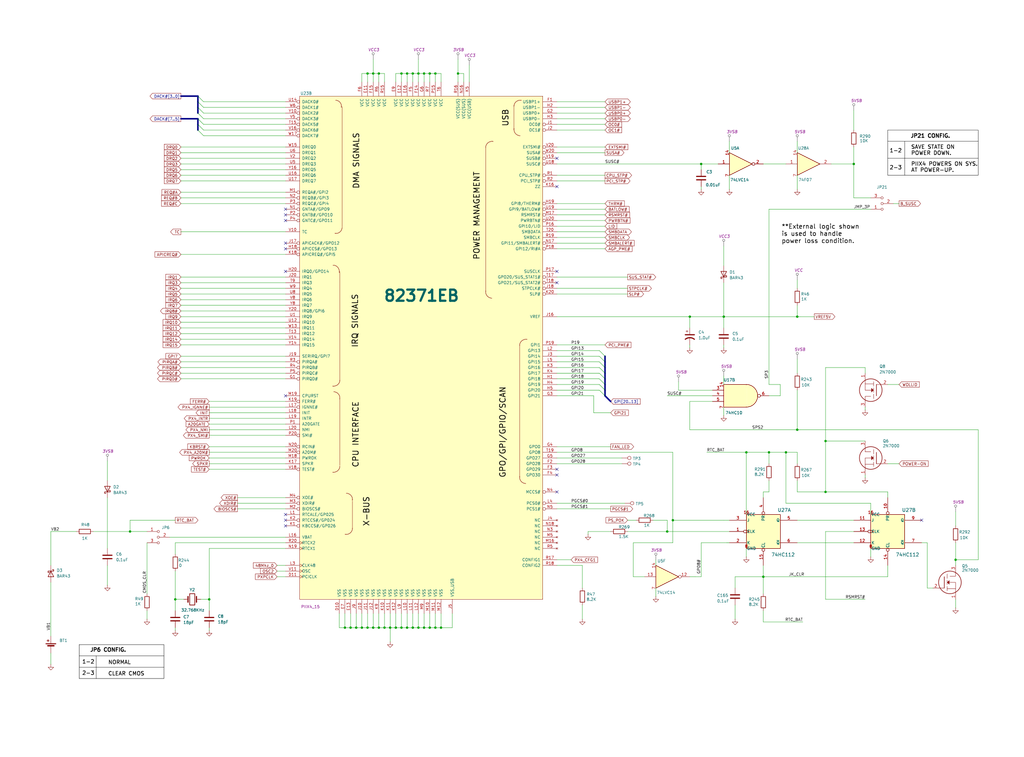
<source format=kicad_sch>
(kicad_sch (version 20241004) (generator "eeschema") (generator_version "8.99")
  (paper "User" 460 340)
  (title_block (title "82371EB (PART II)") (date "Thursday, April 09, 1998") (rev "1.0"))
  (lib_symbols
    (symbol "Connector:TestPoint" (pin_numbers (hide yes)) (pin_names (offset 0.762) (hide yes))
      (property "Reference" "TP" (at 0 6.858 0))
      (property "Value" "TestPoint" (at 0 5.08 0))
      (symbol "TestPoint_1_1"
        (pin passive line (at 0 0 90) (length 2.54) (name "1") (number "1"))
      )
    )
    (symbol "Device:Battery_Cell" (pin_numbers (hide yes)) (pin_names (offset 0) (hide yes))
      (property "Reference" "BT" (at 2.54 2.54 0))
      (property "Value" "Battery_Cell" (at 2.54 0 0))
      (symbol "Battery_Cell_1_1"
        (pin passive line (at 0 5.08 270) (length 2.54) (name "+") (number "1"))
        (pin passive line (at 0 -2.54 90) (length 2.54) (name "-") (number "2"))
      )
    )
    (symbol "Device:C" (pin_numbers (hide yes)) (pin_names (offset 0.254))
      (property "Reference" "C" (at 0.635 2.54 0))
      (property "Value" "C" (at 0.635 -2.54 0))
      (symbol "C_1_1"
        (pin passive line (at 0 3.81 270) (length 2.794) (name "~") (number "1"))
        (pin passive line (at 0 -3.81 90) (length 2.794) (name "~") (number "2"))
      )
    )
    (symbol "Device:C_Polarized_US" (pin_numbers (hide yes)) (pin_names (offset 0.254) (hide yes))
      (property "Reference" "C" (at 0.635 2.54 0))
      (property "Value" "C_Polarized_US" (at 0.635 -2.54 0))
      (symbol "C_Polarized_US_1_1"
        (pin passive line (at 0 3.81 270) (length 2.794) (name "~") (number "1"))
        (pin passive line (at 0 -3.81 90) (length 3.302) (name "~") (number "2"))
      )
    )
    (symbol "Device:Crystal" (pin_numbers (hide yes)) (pin_names (offset 1.016) (hide yes))
      (property "Reference" "Y" (at 0 3.81 0))
      (property "Value" "Crystal" (at 0 -3.81 0))
      (symbol "Crystal_1_1"
        (pin passive line (at -3.81 0 0) (length 1.27) (name "1") (number "1"))
        (pin passive line (at 3.81 0 180) (length 1.27) (name "2") (number "2"))
      )
    )
    (symbol "Device:R" (pin_numbers (hide yes)) (pin_names (offset 0))
      (property "Reference" "R" (at 2.032 0 90))
      (property "Value" "R" (at 0 0 90))
      (symbol "R_1_1"
        (pin passive line (at 0 3.81 270) (length 1.27) (name "~") (number "1"))
        (pin passive line (at 0 -3.81 90) (length 1.27) (name "~") (number "2"))
      )
    )
    (symbol "Diode:BAR43FILM" (pin_numbers (hide yes)) (pin_names (offset 1.016) (hide yes))
      (property "Reference" "D" (at 0 2.54 0))
      (property "Value" "BAR43FILM" (at 0 -2.54 0))
      (symbol "BAR43FILM_1_1"
        (pin passive line (at -3.81 0 0) (length 2.54) (name "K") (number "3"))
        (pin no_connect line (at 1.27 1.27 270) (length 2.54) (hide yes) (name "NC") (number "2"))
        (pin passive line (at 3.81 0 180) (length 2.54) (name "A") (number "1"))
      )
    )
    (symbol "P2-3_era:2N7000" (pin_names (hide yes))
      (property "Reference" "Q" (at 5.334 7.366 0))
      (property "Value" "2N7000" (at 5.334 5.461 0))
      (symbol "2N7000_1_1"
        (pin input line (at -7.62 -2.54 0) (length 2.54) (name "G") (number "2"))
        (pin passive line (at 2.54 7.62 270) (length 2.54) (name "D") (number "3"))
        (pin passive line (at 2.54 -7.62 90) (length 2.54) (name "S") (number "1"))
      )
    )
    (symbol "P2-3_era:74F07-separate"
      (property "Reference" "U" (at -2.794 5.588 0))
      (property "Value" "74F07" (at -0.508 -6.35 0))
      (symbol "74F07-separate_0_1"
        (pin power_in line (at -5.08 5.08 270) (length 0) (name "~") (number "14"))
        (pin power_in line (at -5.08 -5.08 90) (length 0) (name "~") (number "7"))
      )
      (symbol "74F07-separate_1_1"
        (pin input line (at -10.16 0 0) (length 5.08) (name "~") (number "1"))
        (pin open_collector line (at 10.16 0 180) (length 5.08) (name "~") (number "2"))
      )
      (symbol "74F07-separate_2_1"
        (pin input line (at -10.16 0 0) (length 5.08) (name "~") (number "3"))
        (pin open_collector line (at 10.16 0 180) (length 5.08) (name "~") (number "4"))
      )
      (symbol "74F07-separate_3_1"
        (pin input line (at -10.16 0 0) (length 5.08) (name "~") (number "5"))
        (pin open_collector line (at 10.16 0 180) (length 5.08) (name "~") (number "6"))
      )
      (symbol "74F07-separate_4_1"
        (pin input line (at -10.16 0 0) (length 5.08) (name "~") (number "9"))
        (pin open_collector line (at 10.16 0 180) (length 5.08) (name "~") (number "8"))
      )
      (symbol "74F07-separate_5_1"
        (pin input line (at -10.16 0 0) (length 5.08) (name "~") (number "11"))
        (pin open_collector line (at 10.16 0 180) (length 5.08) (name "~") (number "10"))
      )
      (symbol "74F07-separate_6_1"
        (pin input line (at -10.16 0 0) (length 5.08) (name "~") (number "13"))
        (pin open_collector line (at 10.16 0 180) (length 5.08) (name "~") (number "12"))
      )
    )
    (symbol "P2-3_era:74HC10-separate"
      (property "Reference" "U" (at -5.588 6.858 0))
      (property "Value" "74HC10" (at -2.286 -6.858 0))
      (symbol "74HC10-separate_0_1"
        (pin power_in line (at -7.62 5.08 270) (length 0) (name "~") (number "14"))
        (pin power_in line (at -7.62 -5.08 90) (length 0) (name "~") (number "7"))
      )
      (symbol "74HC10-separate_1_0"
        (pin input line (at -12.7 -2.54 0) (length 5.08) (name "~") (number "13"))
      )
      (symbol "74HC10-separate_1_1"
        (pin input line (at -12.7 2.54 0) (length 5.08) (name "~") (number "1"))
        (pin input line (at -12.7 0 0) (length 5.08) (name "~") (number "2"))
        (pin output inverted (at 12.7 0 180) (length 5.08) (name "~") (number "12"))
      )
      (symbol "74HC10-separate_2_1"
        (pin input line (at -12.7 2.54 0) (length 5.08) (name "~") (number "3"))
        (pin input line (at -12.7 0 0) (length 5.08) (name "~") (number "4"))
        (pin input line (at -12.7 -2.54 0) (length 5.08) (name "~") (number "5"))
        (pin output inverted (at 12.7 0 180) (length 5.08) (name "~") (number "6"))
      )
      (symbol "74HC10-separate_3_1"
        (pin input line (at -12.7 2.54 0) (length 5.08) (name "~") (number "9"))
        (pin input line (at -12.7 0 0) (length 5.08) (name "~") (number "10"))
        (pin input line (at -12.7 -2.54 0) (length 5.08) (name "~") (number "11"))
        (pin output inverted (at 12.7 0 180) (length 5.08) (name "~") (number "8"))
      )
    )
    (symbol "P2-3_era:74HC112-separate" (pin_names (offset 0.254))
      (property "Reference" "U" (at -11.43 12.7 0))
      (property "Value" "74HC112" (at 12.7 -10.16 0))
      (symbol "74HC112-separate_0_1"
        (pin power_in line (at -7.62 7.62 0) (length 0) (name "VCC") (number "16"))
        (pin power_in line (at -7.62 -7.62 0) (length 0) (name "GND") (number "8"))
      )
      (symbol "74HC112-separate_1_1"
        (pin input line (at -15.24 5.08 0) (length 7.62) (name "J") (number "3"))
        (pin input inverted_clock (at -15.24 0 0) (length 7.62) (name "CLK") (number "1"))
        (pin input line (at -15.24 -5.08 0) (length 7.62) (name "K") (number "2"))
        (pin input inverted (at 0 15.24 270) (length 7.62) (name "PR") (number "4"))
        (pin input inverted (at 0 -15.24 90) (length 7.62) (name "CL") (number "15"))
        (pin output line (at 15.24 5.08 180) (length 7.62) (name "Q") (number "5"))
        (pin output line (at 15.24 -5.08 180) (length 7.62) (name "~{Q}") (number "6"))
      )
      (symbol "74HC112-separate_2_1"
        (pin input line (at -15.24 5.08 0) (length 7.62) (name "J") (number "11"))
        (pin input inverted_clock (at -15.24 0 0) (length 7.62) (name "CLK") (number "13"))
        (pin input line (at -15.24 -5.08 0) (length 7.62) (name "K") (number "12"))
        (pin input inverted (at 0 15.24 270) (length 7.62) (name "PR") (number "10"))
        (pin input inverted (at 0 -15.24 90) (length 7.62) (name "CL") (number "14"))
        (pin output line (at 15.24 5.08 180) (length 7.62) (name "Q") (number "9"))
        (pin output line (at 15.24 -5.08 180) (length 7.62) (name "~{Q}") (number "7"))
      )
    )
    (symbol "P2-3_era:74LVC14-separate"
      (property "Reference" "U" (at -3.81 6.35 0))
      (property "Value" "74LVC14" (at -0.508 -6.858 0))
      (symbol "74LVC14-separate_0_1"
        (pin power_in line (at -5.08 5.08 270) (length 0) (name "~") (number "14"))
        (pin power_in line (at -5.08 -5.08 90) (length 0) (name "~") (number "7"))
      )
      (symbol "74LVC14-separate_1_1"
        (pin input line (at -10.16 0 0) (length 5.08) (name "~") (number "1"))
        (pin open_collector inverted (at 10.16 0 180) (length 5.08) (name "~") (number "2"))
      )
      (symbol "74LVC14-separate_2_1"
        (pin input line (at -10.16 0 0) (length 5.08) (name "~") (number "3"))
        (pin open_collector inverted (at 10.16 0 180) (length 5.08) (name "~") (number "4"))
      )
      (symbol "74LVC14-separate_3_1"
        (pin input line (at -10.16 0 0) (length 5.08) (name "~") (number "5"))
        (pin open_collector inverted (at 10.16 0 180) (length 5.08) (name "~") (number "6"))
      )
      (symbol "74LVC14-separate_4_1"
        (pin input line (at -10.16 0 0) (length 5.08) (name "~") (number "9"))
        (pin open_collector inverted (at 10.16 0 180) (length 5.08) (name "~") (number "8"))
      )
      (symbol "74LVC14-separate_5_1"
        (pin input line (at -10.16 0 0) (length 5.08) (name "~") (number "11"))
        (pin open_collector inverted (at 10.16 0 180) (length 5.08) (name "~") (number "10"))
      )
      (symbol "74LVC14-separate_6_1"
        (pin input line (at -10.16 0 0) (length 5.08) (name "~") (number "13"))
        (pin open_collector inverted (at 10.16 0 180) (length 5.08) (name "~") (number "12"))
      )
    )
    (symbol "P2-3_era:Jumper_3_Open" (pin_names (offset 0) (hide yes))
      (property "Reference" "JP" (at -4.572 0.254 90))
      (symbol "Jumper_3_Open_1_1"
        (pin passive line (at -2.54 5.08 270) (length 4.4958) (name "A") (number "1"))
        (pin passive line (at 0 -5.08 90) (length 4.4958) (name "C") (number "2"))
        (pin passive line (at 2.54 5.08 270) (length 4.4958) (name "B") (number "3"))
      )
    )
    (symbol "PIIX4_82371EB_2" (pin_names (offset 1.016))
      (property "Reference" "U" (at -57.15 -123.444 0))
      (symbol "PIIX4_82371EB_2_1_1"
        (text "IDE SIGNALS\n" (at -38.608 -70.104 900) (effects (font (size 2.54 2.54) (thickness 0.3175))))
        (text "PCI BUS INTERFACE" (at -35.306 46.736 900) (effects (font (size 2.54 2.54) (thickness 0.3175))))
        (text "ISA/EIO SIGNALS" (at 35.56 -36.83 900) (effects (font (size 2.54 2.54) (thickness 0.3175))))
        (text "IDE SIGNALS\n" (at 38.862 87.122 900) (effects (font (size 2.54 2.54) (thickness 0.3175))))
        (pin bidirectional line (at -64.77 114.3 0) (length 6.35) (name "AD0") (number "B10"))
        (pin bidirectional line (at -64.77 111.76 0) (length 6.35) (name "AD1") (number "A10"))
        (pin bidirectional line (at -64.77 109.22 0) (length 6.35) (name "AD2") (number "D9"))
        (pin bidirectional line (at -64.77 106.68 0) (length 6.35) (name "AD3") (number "C9"))
        (pin bidirectional line (at -64.77 104.14 0) (length 6.35) (name "AD4") (number "B9"))
        (pin bidirectional line (at -64.77 101.6 0) (length 6.35) (name "AD5") (number "A9"))
        (pin bidirectional line (at -64.77 99.06 0) (length 6.35) (name "AD6") (number "D8"))
        (pin bidirectional line (at -64.77 96.52 0) (length 6.35) (name "AD7") (number "E8"))
        (pin bidirectional line (at -64.77 93.98 0) (length 6.35) (name "AD8") (number "B8"))
        (pin bidirectional line (at -64.77 91.44 0) (length 6.35) (name "AD9") (number "A8"))
        (pin bidirectional line (at -64.77 88.9 0) (length 6.35) (name "AD10") (number "D7"))
        (pin bidirectional line (at -64.77 86.36 0) (length 6.35) (name "AD11") (number "C7"))
        (pin bidirectional line (at -64.77 83.82 0) (length 6.35) (name "AD12") (number "B7"))
        (pin bidirectional line (at -64.77 81.28 0) (length 6.35) (name "AD13") (number "A7"))
        (pin bidirectional line (at -64.77 78.74 0) (length 6.35) (name "AD14") (number "D6"))
        (pin bidirectional line (at -64.77 76.2 0) (length 6.35) (name "AD15") (number "E6"))
        (pin bidirectional line (at -64.77 73.66 0) (length 6.35) (name "AD16") (number "E4"))
        (pin bidirectional line (at -64.77 71.12 0) (length 6.35) (name "AD17") (number "C4"))
        (pin bidirectional line (at -64.77 68.58 0) (length 6.35) (name "AD18") (number "B4"))
        (pin bidirectional line (at -64.77 66.04 0) (length 6.35) (name "AD19") (number "A4"))
        (pin bidirectional line (at -64.77 63.5 0) (length 6.35) (name "AD20") (number "D3"))
        (pin bidirectional line (at -64.77 60.96 0) (length 6.35) (name "AD21") (number "E3"))
        (pin bidirectional line (at -64.77 58.42 0) (length 6.35) (name "AD22") (number "C3"))
        (pin bidirectional line (at -64.77 55.88 0) (length 6.35) (name "AD23") (number "B3"))
        (pin bidirectional line (at -64.77 53.34 0) (length 6.35) (name "AD24") (number "E2"))
        (pin bidirectional line (at -64.77 50.8 0) (length 6.35) (name "AD25") (number "C2"))
        (pin bidirectional line (at -64.77 48.26 0) (length 6.35) (name "AD26") (number "B2"))
        (pin bidirectional line (at -64.77 45.72 0) (length 6.35) (name "AD27") (number "A2"))
        (pin bidirectional line (at -64.77 43.18 0) (length 6.35) (name "AD28") (number "D1"))
        (pin bidirectional line (at -64.77 40.64 0) (length 6.35) (name "AD29") (number "E1"))
        (pin bidirectional line (at -64.77 38.1 0) (length 6.35) (name "AD30") (number "C1"))
        (pin bidirectional line (at -64.77 35.56 0) (length 6.35) (name "AD31") (number "B1"))
        (pin bidirectional inverted (at -64.77 27.94 0) (length 6.35) (name "C/BE0#") (number "C8"))
        (pin bidirectional inverted (at -64.77 25.4 0) (length 6.35) (name "C/BE1#") (number "C6"))
        (pin bidirectional inverted (at -64.77 22.86 0) (length 6.35) (name "C/BE2#") (number "D4"))
        (pin bidirectional inverted (at -64.77 20.32 0) (length 6.35) (name "C/BE3#") (number "D2"))
        (pin bidirectional inverted (at -64.77 15.24 0) (length 6.35) (name "CLKRUN#") (number "C10"))
        (pin bidirectional inverted (at -64.77 12.7 0) (length 6.35) (name "DEVSEL#") (number "E5"))
        (pin bidirectional inverted (at -64.77 10.16 0) (length 6.35) (name "FRAME#") (number "A5"))
        (pin input line (at -64.77 7.62 0) (length 6.35) (name "IDSEL") (number "A3"))
        (pin bidirectional inverted (at -64.77 5.08 0) (length 6.35) (name "IRDY#") (number "B5"))
        (pin output line (at -64.77 2.54 0) (length 6.35) (name "PAR") (number "B6"))
        (pin output inverted (at -64.77 0 0) (length 6.35) (name "PCIRST#") (number "A1"))
        (pin output inverted (at -64.77 -2.54 0) (length 6.35) (name "PHOLD#") (number "B12"))
        (pin input inverted (at -64.77 -5.08 0) (length 6.35) (name "PHLDA#") (number "A12"))
        (pin bidirectional inverted (at -64.77 -7.62 0) (length 6.35) (name "SERR#") (number "A6"))
        (pin bidirectional inverted (at -64.77 -10.16 0) (length 6.35) (name "STOP#") (number "D5"))
        (pin bidirectional inverted (at -64.77 -12.7 0) (length 6.35) (name "TRDY#") (number "C5"))
        (pin input inverted (at -64.77 -17.78 0) (length 6.35) (name "PCIREQA#") (number "E10"))
        (pin input inverted (at -64.77 -20.32 0) (length 6.35) (name "PCIREQB#") (number "A11"))
        (pin input inverted (at -64.77 -22.86 0) (length 6.35) (name "PCIREQC#") (number "B11"))
        (pin input inverted (at -64.77 -25.4 0) (length 6.35) (name "PCIREQD#") (number "C11"))
        (pin output line (at -64.77 -30.48 0) (length 6.35) (name "SDA0") (number "C17"))
        (pin output line (at -64.77 -33.02 0) (length 6.35) (name "SDA1") (number "B17"))
        (pin output line (at -64.77 -35.56 0) (length 6.35) (name "SDA2") (number "A18"))
        (pin output inverted (at -64.77 -38.1 0) (length 6.35) (name "PDDACK#") (number "G19"))
        (pin output inverted (at -64.77 -40.64 0) (length 6.35) (name "SDDACK#") (number "A17"))
        (pin input line (at -64.77 -43.18 0) (length 6.35) (name "PDDREQ") (number "F18"))
        (pin input line (at -64.77 -45.72 0) (length 6.35) (name "SDDREQ") (number "A16"))
        (pin output inverted (at -64.77 -48.26 0) (length 6.35) (name "PDIOR#") (number "F17"))
        (pin output inverted (at -64.77 -50.8 0) (length 6.35) (name "PDIOW#") (number "F16"))
        (pin input line (at -64.77 -53.34 0) (length 6.35) (name "PIORDY") (number "G20"))
        (pin output inverted (at -64.77 -55.88 0) (length 6.35) (name "SDIOR#") (number "C16"))
        (pin output inverted (at -64.77 -58.42 0) (length 6.35) (name "SDIOW#") (number "B16"))
        (pin input line (at -64.77 -60.96 0) (length 6.35) (name "SIORDY") (number "D16"))
        (pin output line (at -64.77 -63.5 0) (length 6.35) (name "PDA0") (number "G16"))
        (pin output line (at -64.77 -66.04 0) (length 6.35) (name "PDA1") (number "G18"))
        (pin output line (at -64.77 -68.58 0) (length 6.35) (name "PDA2") (number "G17"))
        (pin bidirectional line (at -64.77 -76.2 0) (length 6.35) (name "PDD0") (number "F20"))
        (pin bidirectional line (at -64.77 -78.74 0) (length 6.35) (name "PDD1") (number "E18"))
        (pin bidirectional line (at -64.77 -81.28 0) (length 6.35) (name "PDD2") (number "E20"))
        (pin bidirectional line (at -64.77 -83.82 0) (length 6.35) (name "PDD3") (number "D18"))
        (pin bidirectional line (at -64.77 -86.36 0) (length 6.35) (name "PDD4") (number "D20"))
        (pin bidirectional line (at -64.77 -88.9 0) (length 6.35) (name "PDD5") (number "C20"))
        (pin bidirectional line (at -64.77 -91.44 0) (length 6.35) (name "PDD6") (number "B20"))
        (pin bidirectional line (at -64.77 -93.98 0) (length 6.35) (name "PDD7") (number "A20"))
        (pin bidirectional line (at -64.77 -96.52 0) (length 6.35) (name "PDD8") (number "A19"))
        (pin bidirectional line (at -64.77 -99.06 0) (length 6.35) (name "PDD9") (number "B19"))
        (pin bidirectional line (at -64.77 -101.6 0) (length 6.35) (name "PDD10") (number "C19"))
        (pin bidirectional line (at -64.77 -104.14 0) (length 6.35) (name "PDD11") (number "D19"))
        (pin bidirectional line (at -64.77 -106.68 0) (length 6.35) (name "PDD12") (number "D17"))
        (pin bidirectional line (at -64.77 -109.22 0) (length 6.35) (name "PDD13") (number "E19"))
        (pin bidirectional line (at -64.77 -111.76 0) (length 6.35) (name "PDD14") (number "E17"))
        (pin bidirectional line (at -64.77 -114.3 0) (length 6.35) (name "PDD15") (number "F19"))
        (pin bidirectional line (at 64.77 114.3 180) (length 6.35) (name "SDD0") (number "E15"))
        (pin bidirectional line (at 64.77 111.76 180) (length 6.35) (name "SDD1") (number "B15"))
        (pin bidirectional line (at 64.77 109.22 180) (length 6.35) (name "SDD2") (number "D14"))
        (pin bidirectional line (at 64.77 106.68 180) (length 6.35) (name "SDD3") (number "C14"))
        (pin bidirectional line (at 64.77 104.14 180) (length 6.35) (name "SDD4") (number "A14"))
        (pin bidirectional line (at 64.77 101.6 180) (length 6.35) (name "SDD5") (number "C13"))
        (pin bidirectional line (at 64.77 99.06 180) (length 6.35) (name "SDD6") (number "A13"))
        (pin bidirectional line (at 64.77 96.52 180) (length 6.35) (name "SDD7") (number "C12"))
        (pin bidirectional line (at 64.77 93.98 180) (length 6.35) (name "SDD8") (number "D12"))
        (pin bidirectional line (at 64.77 91.44 180) (length 6.35) (name "SDD9") (number "B13"))
        (pin bidirectional line (at 64.77 88.9 180) (length 6.35) (name "SDD10") (number "D13"))
        (pin bidirectional line (at 64.77 86.36 180) (length 6.35) (name "SDD11") (number "B14"))
        (pin bidirectional line (at 64.77 83.82 180) (length 6.35) (name "SDD12") (number "E14"))
        (pin bidirectional line (at 64.77 81.28 180) (length 6.35) (name "SDD13") (number "A15"))
        (pin bidirectional line (at 64.77 78.74 180) (length 6.35) (name "SDD14") (number "C15"))
        (pin bidirectional line (at 64.77 76.2 180) (length 6.35) (name "SDD15") (number "D15"))
        (pin output inverted (at 64.77 71.12 180) (length 6.35) (name "SCS3#") (number "C18"))
        (pin output inverted (at 64.77 68.58 180) (length 6.35) (name "PCS3#") (number "H16"))
        (pin output inverted (at 64.77 66.04 180) (length 6.35) (name "SCS1#") (number "B18"))
        (pin output inverted (at 64.77 63.5 180) (length 6.35) (name "PCS1#") (number "H17"))
        (pin bidirectional line (at 64.77 55.88 180) (length 6.35) (name "SA0") (number "U11"))
        (pin bidirectional line (at 64.77 53.34 180) (length 6.35) (name "SA1") (number "T11"))
        (pin bidirectional line (at 64.77 50.8 180) (length 6.35) (name "SA2") (number "W11"))
        (pin bidirectional line (at 64.77 48.26 180) (length 6.35) (name "SA3") (number "Y11"))
        (pin bidirectional line (at 64.77 45.72 180) (length 6.35) (name "SA4") (number "T10"))
        (pin bidirectional line (at 64.77 43.18 180) (length 6.35) (name "SA5") (number "W10"))
        (pin bidirectional line (at 64.77 40.64 180) (length 6.35) (name "SA6") (number "U9"))
        (pin bidirectional line (at 64.77 38.1 180) (length 6.35) (name "SA7") (number "V9"))
        (pin bidirectional line (at 64.77 35.56 180) (length 6.35) (name "SA8") (number "Y9"))
        (pin bidirectional line (at 64.77 33.02 180) (length 6.35) (name "SA9") (number "T8"))
        (pin bidirectional line (at 64.77 30.48 180) (length 6.35) (name "SA10") (number "W8"))
        (pin bidirectional line (at 64.77 27.94 180) (length 6.35) (name "SA11") (number "U7"))
        (pin bidirectional line (at 64.77 25.4 180) (length 6.35) (name "SA12") (number "V7"))
        (pin bidirectional line (at 64.77 22.86 180) (length 6.35) (name "SA13") (number "Y7"))
        (pin bidirectional line (at 64.77 20.32 180) (length 6.35) (name "SA14") (number "V6"))
        (pin bidirectional line (at 64.77 17.78 180) (length 6.35) (name "SA15") (number "Y6"))
        (pin bidirectional line (at 64.77 15.24 180) (length 6.35) (name "SA16") (number "T5"))
        (pin bidirectional line (at 64.77 12.7 180) (length 6.35) (name "SA17") (number "W5"))
        (pin bidirectional line (at 64.77 10.16 180) (length 6.35) (name "SA18") (number "U4"))
        (pin bidirectional line (at 64.77 7.62 180) (length 6.35) (name "SA19") (number "V4"))
        (pin bidirectional line (at 64.77 0 180) (length 6.35) (name "SD0") (number "V3"))
        (pin bidirectional line (at 64.77 -2.54 180) (length 6.35) (name "SD1") (number "W3"))
        (pin bidirectional line (at 64.77 -5.08 180) (length 6.35) (name "SD2") (number "U2"))
        (pin bidirectional line (at 64.77 -7.62 180) (length 6.35) (name "SD3") (number "T2"))
        (pin bidirectional line (at 64.77 -10.16 180) (length 6.35) (name "SD4") (number "W2"))
        (pin bidirectional line (at 64.77 -12.7 180) (length 6.35) (name "SD5") (number "Y2"))
        (pin bidirectional line (at 64.77 -15.24 180) (length 6.35) (name "SD6") (number "T1"))
        (pin bidirectional line (at 64.77 -17.78 180) (length 6.35) (name "SD7") (number "V1"))
        (pin bidirectional line (at 64.77 -20.32 180) (length 6.35) (name "SD8") (number "W16"))
        (pin bidirectional line (at 64.77 -22.86 180) (length 6.35) (name "SD9") (number "T16"))
        (pin bidirectional line (at 64.77 -25.4 180) (length 6.35) (name "SD10") (number "Y17"))
        (pin bidirectional line (at 64.77 -27.94 180) (length 6.35) (name "SD11") (number "V17"))
        (pin bidirectional line (at 64.77 -30.48 180) (length 6.35) (name "SD12") (number "Y18"))
        (pin bidirectional line (at 64.77 -33.02 180) (length 6.35) (name "SD13") (number "W18"))
        (pin bidirectional line (at 64.77 -35.56 180) (length 6.35) (name "SD14") (number "Y19"))
        (pin bidirectional line (at 64.77 -38.1 180) (length 6.35) (name "SD15") (number "W19"))
        (pin bidirectional line (at 64.77 -45.72 180) (length 6.35) (name "LA17") (number "Y15"))
        (pin bidirectional line (at 64.77 -48.26 180) (length 6.35) (name "LA18") (number "T14"))
        (pin bidirectional line (at 64.77 -50.8 180) (length 6.35) (name "LA19") (number "W14"))
        (pin bidirectional line (at 64.77 -53.34 180) (length 6.35) (name "LA20") (number "U13"))
        (pin bidirectional line (at 64.77 -55.88 180) (length 6.35) (name "LA21") (number "V13"))
        (pin bidirectional line (at 64.77 -58.42 180) (length 6.35) (name "LA22") (number "Y13"))
        (pin bidirectional line (at 64.77 -60.96 180) (length 6.35) (name "LA23") (number "T12"))
        (pin bidirectional inverted (at 64.77 -66.04 180) (length 6.35) (name "MEMCS16#") (number "Y12"))
        (pin bidirectional inverted (at 64.77 -68.58 180) (length 6.35) (name "MEMR#") (number "V15"))
        (pin bidirectional inverted (at 64.77 -71.12 180) (length 6.35) (name "MEMW#") (number "U15"))
        (pin output inverted (at 64.77 -73.66 180) (length 6.35) (name "SMEMR#") (number "W4"))
        (pin output inverted (at 64.77 -78.74 180) (length 6.35) (name "SMEMW#") (number "U3"))
        (pin output line (at 64.77 -81.28 180) (length 6.35) (name "SYSCLK") (number "T7"))
        (pin output line (at 64.77 -83.82 180) (length 6.35) (name "BALE") (number "U10"))
        (pin input inverted (at 64.77 -86.36 180) (length 6.35) (name "IOCHK#") (number "Y1"))
        (pin bidirectional inverted (at 64.77 -91.44 180) (length 6.35) (name "REFRESH#") (number "W7"))
        (pin input inverted (at 64.77 -93.98 180) (length 6.35) (name "IOCS16#") (number "V12"))
        (pin input inverted (at 64.77 -96.52 180) (length 6.35) (name "ZEROWS#") (number "Y3"))
        (pin bidirectional inverted (at 64.77 -101.6 180) (length 6.35) (name "SBHE#") (number "W12"))
        (pin output line (at 64.77 -104.14 180) (length 6.35) (name "RSTDRV") (number "W1"))
        (pin bidirectional inverted (at 64.77 -106.68 180) (length 6.35) (name "IOR#") (number "Y5"))
        (pin bidirectional inverted (at 64.77 -109.22 180) (length 6.35) (name "IOW#") (number "T4"))
        (pin bidirectional line (at 64.77 -111.76 180) (length 6.35) (name "IOCHRDY") (number "T3"))
        (pin output line (at 64.77 -114.3 180) (length 6.35) (name "AEN") (number "Y4"))
      )
      (symbol "PIIX4_82371EB_2_2_1"
        (text "IRQ SIGNALS" (at -29.718 13.462 900) (effects (font (size 2.54 2.54) (thickness 0.3175))))
        (text "CPU INTERFACE" (at -29.464 -37.592 900) (effects (font (size 2.54 2.54) (thickness 0.3175))))
        (text "DMA SIGNALS" (at -29.21 85.344 900) (effects (font (size 2.54 2.54) (thickness 0.3175))))
        (text "X-BUS" (at -24.638 -72.136 900) (effects (font (size 2.54 2.54) (thickness 0.3175))))
        (text "POWER MANAGEMENT" (at 24.892 60.706 900) (effects (font (size 2.54 2.54) (thickness 0.3175))))
        (text "GPO/GPI/GPIO/SCAN" (at 36.576 -36.576 900) (effects (font (size 2.54 2.54) (thickness 0.3175))))
        (text "USB" (at 37.846 104.648 900) (effects (font (size 2.54 2.54) (thickness 0.3175))))
        (pin output inverted (at -60.96 111.76 0) (length 6.35) (name "DACK0#") (number "U14"))
        (pin output inverted (at -60.96 109.22 0) (length 6.35) (name "DACK1#") (number "W6"))
        (pin output inverted (at -60.96 106.68 0) (length 6.35) (name "DACK2#") (number "Y10"))
        (pin output inverted (at -60.96 104.14 0) (length 6.35) (name "DACK3#") (number "V5"))
        (pin output inverted (at -60.96 101.6 0) (length 6.35) (name "DACK5#") (number "T15"))
        (pin output inverted (at -60.96 99.06 0) (length 6.35) (name "DACK6#") (number "V16"))
        (pin output inverted (at -60.96 96.52 0) (length 6.35) (name "DACK7#") (number "W17"))
        (pin input line (at -60.96 91.44 0) (length 6.35) (name "DREQ0") (number "W15"))
        (pin input line (at -60.96 88.9 0) (length 6.35) (name "DREQ1") (number "U6"))
        (pin input line (at -60.96 86.36 0) (length 6.35) (name "DREQ2") (number "V2"))
        (pin input line (at -60.96 83.82 0) (length 6.35) (name "DREQ3") (number "U5"))
        (pin input line (at -60.96 81.28 0) (length 6.35) (name "DREQ5") (number "Y16"))
        (pin input line (at -60.96 78.74 0) (length 6.35) (name "DREQ6") (number "U16"))
        (pin input line (at -60.96 76.2 0) (length 6.35) (name "DREQ7") (number "U17"))
        (pin input inverted (at -60.96 71.12 0) (length 6.35) (name "REQA#/GPI2") (number "M1"))
        (pin input inverted (at -60.96 68.58 0) (length 6.35) (name "REQB#/GPI3") (number "N2"))
        (pin input inverted (at -60.96 66.04 0) (length 6.35) (name "REQC#/GPI4") (number "P3"))
        (pin output inverted (at -60.96 63.5 0) (length 6.35) (name "GNTA#/GPO9") (number "N1"))
        (pin output inverted (at -60.96 60.96 0) (length 6.35) (name "GNTB#/GPO10") (number "P2"))
        (pin output inverted (at -60.96 58.42 0) (length 6.35) (name "GNTC#/GPO11") (number "P4"))
        (pin output line (at -60.96 53.34 0) (length 6.35) (name "TC") (number "V10"))
        (pin output inverted (at -60.96 48.26 0) (length 6.35) (name "APICACK#/GPO12") (number "J17"))
        (pin output inverted (at -60.96 45.72 0) (length 6.35) (name "APICCS#/GPO13") (number "H18"))
        (pin input inverted (at -60.96 43.18 0) (length 6.35) (name "APICREQ#/GPI5") (number "K18"))
        (pin output line (at -60.96 35.56 0) (length 6.35) (name "IRQ0/GPO14") (number "H20"))
        (pin input line (at -60.96 33.02 0) (length 6.35) (name "IRQ1") (number "J20"))
        (pin input line (at -60.96 30.48 0) (length 6.35) (name "IRQ3") (number "T9"))
        (pin input line (at -60.96 27.94 0) (length 6.35) (name "IRQ4") (number "W9"))
        (pin input line (at -60.96 25.4 0) (length 6.35) (name "IRQ5") (number "U8"))
        (pin input line (at -60.96 22.86 0) (length 6.35) (name "IRQ6") (number "V8"))
        (pin input line (at -60.96 20.32 0) (length 6.35) (name "IRQ7") (number "Y8"))
        (pin bidirectional line (at -60.96 17.78 0) (length 6.35) (name "IRQ8/GPI6") (number "Y20"))
        (pin input line (at -60.96 15.24 0) (length 6.35) (name "IRQ9") (number "U1"))
        (pin input line (at -60.96 12.7 0) (length 6.35) (name "IRQ10") (number "U12"))
        (pin input line (at -60.96 10.16 0) (length 6.35) (name "IRQ11") (number "W13"))
        (pin input line (at -60.96 7.62 0) (length 6.35) (name "IRQ12") (number "T13"))
        (pin input line (at -60.96 5.08 0) (length 6.35) (name "IRQ14") (number "V14"))
        (pin input line (at -60.96 2.54 0) (length 6.35) (name "IRQ15") (number "Y14"))
        (pin bidirectional line (at -60.96 -2.54 0) (length 6.35) (name "SERIRQ/GPI7") (number "J19"))
        (pin bidirectional inverted (at -60.96 -5.08 0) (length 6.35) (name "PIRQA#") (number "R3"))
        (pin bidirectional inverted (at -60.96 -7.62 0) (length 6.35) (name "PIRQB#") (number "R4"))
        (pin bidirectional inverted (at -60.96 -10.16 0) (length 6.35) (name "PIRQC#") (number "P5"))
        (pin bidirectional inverted (at -60.96 -12.7 0) (length 6.35) (name "PIRQD#") (number "G1"))
        (pin output line (at -60.96 -20.32 0) (length 6.35) (name "CPURST") (number "M19"))
        (pin input inverted (at -60.96 -22.86 0) (length 6.35) (name "FERR#") (number "K19"))
        (pin output inverted (at -60.96 -25.4 0) (length 6.35) (name "IGNNE#") (number "L17"))
        (pin output line (at -60.96 -27.94 0) (length 6.35) (name "INIT") (number "L18"))
        (pin output line (at -60.96 -30.48 0) (length 6.35) (name "INTR") (number "L19"))
        (pin input line (at -60.96 -33.02 0) (length 6.35) (name "A20GATE") (number "P1"))
        (pin output line (at -60.96 -35.56 0) (length 6.35) (name "NMI") (number "L20"))
        (pin output inverted (at -60.96 -38.1 0) (length 6.35) (name "SMI#") (number "P20"))
        (pin input inverted (at -60.96 -43.18 0) (length 6.35) (name "RCIN#") (number "N20"))
        (pin output inverted (at -60.96 -45.72 0) (length 6.35) (name "A20M#") (number "M20"))
        (pin input line (at -60.96 -48.26 0) (length 6.35) (name "PWROK") (number "M18"))
        (pin output line (at -60.96 -50.8 0) (length 6.35) (name "SPKR") (number "K17"))
        (pin input inverted (at -60.96 -53.34 0) (length 6.35) (name "TEST#") (number "V18"))
        (pin output inverted (at -60.96 -66.04 0) (length 6.35) (name "XOE#") (number "M4"))
        (pin output inverted (at -60.96 -68.58 0) (length 6.35) (name "XDIR#") (number "M3"))
        (pin output inverted (at -60.96 -71.12 0) (length 6.35) (name "BIOSCS#") (number "M2"))
        (pin output line (at -60.96 -73.66 0) (length 6.35) (name "RTCALE/GP025") (number "L1"))
        (pin output inverted (at -60.96 -76.2 0) (length 6.35) (name "RTCCS#/GP024") (number "K2"))
        (pin output inverted (at -60.96 -78.74 0) (length 6.35) (name "KBCCS#/GP026") (number "K1"))
        (pin power_in line (at -60.96 -83.82 0) (length 6.35) (name "VBAT") (number "L16"))
        (pin bidirectional clock (at -60.96 -86.36 0) (length 6.35) (name "RTCX2") (number "R20"))
        (pin bidirectional clock (at -60.96 -88.9 0) (length 6.35) (name "RTCX1") (number "N19"))
        (pin input clock (at -60.96 -96.52 0) (length 6.35) (name "CLK48") (number "L3"))
        (pin input clock (at -60.96 -99.06 0) (length 6.35) (name "OSC") (number "V11"))
        (pin input clock (at -60.96 -101.6 0) (length 6.35) (name "PCICLK") (number "D11"))
        (pin power_in line (at -36.83 -118.11 90) (length 6.35) (name "VSS") (number "D10"))
        (pin power_in line (at -34.29 -118.11 90) (length 6.35) (name "VSS") (number "E7"))
        (pin power_in line (at -31.75 -118.11 90) (length 6.35) (name "VSS") (number "E13"))
        (pin power_in line (at -29.21 -118.11 90) (length 6.35) (name "VSS") (number "J9"))
        (pin power_in line (at -26.67 120.65 270) (length 6.35) (name "VCC") (number "F6"))
        (pin power_in line (at -26.67 -118.11 90) (length 6.35) (name "VSS") (number "J10"))
        (pin power_in line (at -24.13 120.65 270) (length 6.35) (name "VCC") (number "E11"))
        (pin power_in line (at -24.13 -118.11 90) (length 6.35) (name "VSS") (number "J11"))
        (pin power_in line (at -21.59 120.65 270) (length 6.35) (name "VCC") (number "F15"))
        (pin power_in line (at -21.59 -118.11 90) (length 6.35) (name "VSS") (number "J12"))
        (pin power_in line (at -19.05 120.65 270) (length 6.35) (name "VCC") (number "R6"))
        (pin power_in line (at -19.05 -118.11 90) (length 6.35) (name "VSS") (number "K9"))
        (pin power_in line (at -16.51 120.65 270) (length 6.35) (name "VCC") (number "R15"))
        (pin power_in line (at -16.51 -118.11 90) (length 6.35) (name "VSS") (number "K10"))
        (pin power_in line (at -13.97 -118.11 90) (length 6.35) (name "VSS") (number "K11"))
        (pin power_in line (at -11.43 120.65 270) (length 6.35) (name "VCC") (number "E9"))
        (pin power_in line (at -11.43 -118.11 90) (length 6.35) (name "VSS") (number "K12"))
        (pin power_in line (at -8.89 120.65 270) (length 6.35) (name "VCC") (number "E12"))
        (pin power_in line (at -8.89 -118.11 90) (length 6.35) (name "VSS") (number "L9"))
        (pin power_in line (at -6.35 120.65 270) (length 6.35) (name "VCC") (number "E16"))
        (pin power_in line (at -6.35 -118.11 90) (length 6.35) (name "VSS") (number "L10"))
        (pin power_in line (at -3.81 120.65 270) (length 6.35) (name "VCC") (number "F5"))
        (pin power_in line (at -3.81 -118.11 90) (length 6.35) (name "VSS") (number "L11"))
        (pin power_in line (at -1.27 120.65 270) (length 6.35) (name "VCC") (number "F14"))
        (pin power_in line (at -1.27 -118.11 90) (length 6.35) (name "VSS") (number "L12"))
        (pin power_in line (at 1.27 120.65 270) (length 6.35) (name "VCC") (number "G6"))
        (pin power_in line (at 1.27 -118.11 90) (length 6.35) (name "VSS") (number "M9"))
        (pin power_in line (at 3.81 120.65 270) (length 6.35) (name "VCC") (number "R7"))
        (pin power_in line (at 3.81 -118.11 90) (length 6.35) (name "VSS") (number "M10"))
        (pin power_in line (at 6.35 120.65 270) (length 6.35) (name "VCC") (number "P15"))
        (pin power_in line (at 6.35 -118.11 90) (length 6.35) (name "VSS") (number "M11"))
        (pin power_in line (at 8.89 120.65 270) (length 6.35) (name "VCC") (number "T6"))
        (pin power_in line (at 8.89 -118.11 90) (length 6.35) (name "VSS") (number "M12"))
        (pin power_in line (at 13.97 -118.11 90) (length 6.35) (name "VSS_USB") (number "J5"))
        (pin power_in line (at 16.51 120.65 270) (length 6.35) (name "VCC(SUS)") (number "R16"))
        (pin power_in line (at 19.05 120.65 270) (length 6.35) (name "VCC(SUS)") (number "N16"))
        (pin power_in line (at 21.59 120.65 270) (length 6.35) (name "VCC(USB)") (number "K5"))
        (pin bidirectional line (at 60.96 111.76 180) (length 6.35) (name "USBP1+") (number "F1"))
        (pin bidirectional line (at 60.96 109.22 180) (length 6.35) (name "USBP1-") (number "H2"))
        (pin bidirectional line (at 60.96 106.68 180) (length 6.35) (name "USBP0+") (number "G2"))
        (pin bidirectional line (at 60.96 104.14 180) (length 6.35) (name "USBP0-") (number "H3"))
        (pin input inverted (at 60.96 101.6 180) (length 6.35) (name "OC0#") (number "J1"))
        (pin input inverted (at 60.96 99.06 180) (length 6.35) (name "OC1#") (number "J2"))
        (pin bidirectional inverted (at 60.96 91.44 180) (length 6.35) (name "EXTSMI#") (number "V20"))
        (pin output inverted (at 60.96 88.9 180) (length 6.35) (name "SUSA#") (number "W20"))
        (pin output inverted (at 60.96 86.36 180) (length 6.35) (name "SUSB#") (number "V19"))
        (pin output inverted (at 60.96 83.82 180) (length 6.35) (name "SUSC#") (number "U18"))
        (pin output inverted (at 60.96 78.74 180) (length 6.35) (name "CPU_STP#") (number "R1"))
        (pin output inverted (at 60.96 76.2 180) (length 6.35) (name "PCI_STP#") (number "R2"))
        (pin output line (at 60.96 73.66 180) (length 6.35) (name "ZZ") (number "K16"))
        (pin input inverted (at 60.96 66.04 180) (length 6.35) (name "GPI8/THERM#") (number "H19"))
        (pin input inverted (at 60.96 63.5 180) (length 6.35) (name "GPI9/BATLOW#") (number "U19"))
        (pin input inverted (at 60.96 60.96 180) (length 6.35) (name "RSMRST#") (number "M17"))
        (pin input inverted (at 60.96 58.42 180) (length 6.35) (name "PWRBTN#") (number "U20"))
        (pin input line (at 60.96 55.88 180) (length 6.35) (name "GPI10/LID") (number "P16"))
        (pin bidirectional line (at 60.96 53.34 180) (length 6.35) (name "SMBDATA") (number "T20"))
        (pin bidirectional line (at 60.96 50.8 180) (length 6.35) (name "SMBCLK") (number "R19"))
        (pin input inverted (at 60.96 48.26 180) (length 6.35) (name "GPI11/SMBALERT#") (number "N17"))
        (pin input inverted (at 60.96 45.72 180) (length 6.35) (name "GPI12/RI#A") (number "P18"))
        (pin output line (at 60.96 35.56 180) (length 6.35) (name "SUSCLK") (number "P17"))
        (pin output inverted (at 60.96 33.02 180) (length 6.35) (name "GPO20/SUS_STAT1#") (number "T17"))
        (pin output inverted (at 60.96 30.48 180) (length 6.35) (name "GPO21/SUS_STAT2#") (number "T18"))
        (pin output inverted (at 60.96 27.94 180) (length 6.35) (name "STPCLK#") (number "J18"))
        (pin output inverted (at 60.96 25.4 180) (length 6.35) (name "SLP#") (number "K20"))
        (pin power_in line (at 60.96 15.24 180) (length 6.35) (name "VREF") (number "J16"))
        (pin input line (at 60.96 2.54 180) (length 6.35) (name "GPI1") (number "P19"))
        (pin input line (at 60.96 0 180) (length 6.35) (name "GPI13") (number "L2"))
        (pin input line (at 60.96 -2.54 180) (length 6.35) (name "GPI14") (number "J3"))
        (pin input line (at 60.96 -5.08 180) (length 6.35) (name "GPI15") (number "L5"))
        (pin input line (at 60.96 -7.62 180) (length 6.35) (name "GPI16") (number "K3"))
        (pin input line (at 60.96 -10.16 180) (length 6.35) (name "GPI17") (number "K4"))
        (pin input line (at 60.96 -12.7 180) (length 6.35) (name "GPI18") (number "H1"))
        (pin input line (at 60.96 -15.24 180) (length 6.35) (name "GPI19") (number "H4"))
        (pin input line (at 60.96 -17.78 180) (length 6.35) (name "GPI20") (number "H5"))
        (pin input line (at 60.96 -20.32 180) (length 6.35) (name "GPI21") (number "G3"))
        (pin output line (at 60.96 -43.18 180) (length 6.35) (name "GPO0") (number "G4"))
        (pin output line (at 60.96 -45.72 180) (length 6.35) (name "GPO8") (number "T19"))
        (pin output line (at 60.96 -48.26 180) (length 6.35) (name "GPO27") (number "G5"))
        (pin output line (at 60.96 -50.8 180) (length 6.35) (name "GPO28") (number "F2"))
        (pin output line (at 60.96 -53.34 180) (length 6.35) (name "GPO29") (number "F3"))
        (pin output line (at 60.96 -55.88 180) (length 6.35) (name "GPO30") (number "F4"))
        (pin output inverted (at 60.96 -63.5 180) (length 6.35) (name "MCCS#") (number "N4"))
        (pin output inverted (at 60.96 -68.58 180) (length 6.35) (name "PCS0#") (number "L4"))
        (pin output inverted (at 60.96 -71.12 180) (length 6.35) (name "PCS1#") (number "N5"))
        (pin no_connect line (at 60.96 -76.2 180) (length 6.35) (name "NC") (number "J4"))
        (pin no_connect line (at 60.96 -78.74 180) (length 6.35) (name "NC") (number "N18"))
        (pin no_connect line (at 60.96 -81.28 180) (length 6.35) (name "NC") (number "N3"))
        (pin no_connect line (at 60.96 -83.82 180) (length 6.35) (name "NC") (number "M5"))
        (pin no_connect line (at 60.96 -86.36 180) (length 6.35) (name "NC") (number "M16"))
        (pin no_connect line (at 60.96 -88.9 180) (length 6.35) (name "NC") (number "R5"))
        (pin input line (at 60.96 -93.98 180) (length 6.35) (name "CONFIG1") (number "R17"))
        (pin input line (at 60.96 -96.52 180) (length 6.35) (name "CONFIG2") (number "R18"))
      )
    )
    (symbol "power:GND" (power) (pin_numbers (hide yes)) (pin_names (offset 0) (hide yes))
      (property "Value" "GND" (at 0 -3.81 0))
      (symbol "GND_1_1"
        (pin power_in line (at 0 0 270) (length 0) (name "~") (number "1"))
      )
    )
  )
  (rectangle (start 35.56 289.56) (end 73.66 304.8) (stroke (width 0) (color 0 0 0 1)))
  (polyline (pts (xy 439.4037 78.7339) (xy 398.78 78.7339) (xy 398.78 58.422) (xy 439.4037 58.422) (xy 439.4037 78.7339)) (stroke (width 0.141) (type solid) (color 0 0 0 1)))
  (text "SAVE STATE ON\nPOWER DOWN." (at 409.194 67.564 0) (effects (font (size 1.7 1.7) (thickness 0.25)) (justify left)))
  (text "CLEAR CMOS" (at 48.514 302.768 0) (effects (font (size 1.7 1.7) (thickness 0.25)) (justify left)))
  (text "NORMAL" (at 48.514 297.688 0) (effects (font (size 1.7 1.7) (thickness 0.25)) (justify left)))
  (text "PIIX4 POWERS ON SYS.\nAT POWER-UP." (at 409.194 75.184 0) (effects (font (size 1.7 1.7) (thickness 0.25)) (justify left)))
  (text "2-3" (at 399.542 75.438 0) (effects (font (size 1.7 1.7) (thickness 0.25)) (justify left)))
  (text "JP6 CONFIG." (at 40.386 292.1 0) (effects (font (size 1.7 1.7) (thickness 0.34) (bold yes)) (justify left)))
  (text "1-2" (at 399.542 67.818 0) (effects (font (size 1.7 1.7) (thickness 0.25)) (justify left)))
  (text "1-2" (at 36.83 297.434 0) (effects (font (size 1.7 1.7) (thickness 0.25)) (justify left)))
  (text "JP21 CONFIG." (at 408.94 61.214 0) (effects (font (size 1.7 1.7) (thickness 0.34) (bold yes)) (justify left)))
  (text "**External logic shown\nis used to handle\npower loss condition." (at 351.028 105.156 0) (effects (font (size 2 2) (thickness 0.25)) (justify left)))
  (text "2-3" (at 36.83 302.514 0) (effects (font (size 1.7 1.7) (thickness 0.25)) (justify left)))
  (junction (at 193.04 281.94))
  (junction (at 345.44 203.2))
  (junction (at 172.72 281.94))
  (junction (at 302.26 233.68))
  (junction (at 78.74 269.24))
  (junction (at 165.1 33.02))
  (junction (at 182.88 281.94))
  (junction (at 165.1 281.94))
  (junction (at 335.28 203.2))
  (junction (at 314.96 73.66))
  (junction (at 175.26 281.94))
  (junction (at 185.42 281.94))
  (junction (at 182.88 33.02))
  (junction (at 157.48 281.94))
  (junction (at 180.34 281.94))
  (junction (at 195.58 33.02))
  (junction (at 325.12 142.24))
  (junction (at 162.56 281.94))
  (junction (at 358.14 193.04))
  (junction (at 93.98 269.24))
  (junction (at 309.88 142.24))
  (junction (at 383.54 73.66))
  (junction (at 205.74 33.02))
  (junction (at 195.58 281.94))
  (junction (at 180.34 33.02))
  (junction (at 358.14 142.24))
  (junction (at 170.18 33.02))
  (junction (at 167.64 281.94))
  (junction (at 170.18 281.94))
  (junction (at 190.5 33.02))
  (junction (at 198.12 281.94))
  (junction (at 353.06 203.2))
  (junction (at 185.42 33.02))
  (junction (at 429.26 251.46))
  (junction (at 160.02 281.94))
  (junction (at 193.04 33.02))
  (junction (at 190.5 281.94))
  (junction (at 342.9 259.08))
  (junction (at 187.96 281.94))
  (junction (at 58.42 238.76))
  (junction (at 177.8 281.94))
  (junction (at 299.72 238.76))
  (junction (at 370.84 198.12))
  (junction (at 167.64 33.02))
  (junction (at 187.96 33.02))
  (junction (at 154.94 281.94))
  (junction (at 370.84 220.98))
  (no_connect (at 128.27 96.52))
  (no_connect (at 128.27 93.98))
  (no_connect (at 250.19 83.82))
  (no_connect (at 128.27 236.22))
  (no_connect (at 250.19 71.12))
  (no_connect (at 128.27 99.06))
  (no_connect (at 128.27 231.14))
  (no_connect (at 250.19 121.92))
  (no_connect (at 128.27 111.76))
  (no_connect (at 250.19 220.98))
  (no_connect (at 250.19 127))
  (no_connect (at 250.19 210.82))
  (no_connect (at 250.19 213.36))
  (no_connect (at 128.27 233.68))
  (no_connect (at 128.27 121.92))
  (no_connect (at 128.27 177.8))
  (no_connect (at 414.02 233.68))
  (no_connect (at 128.27 109.22))
  (bus_entry (at 271.78 162.56) (size -2.54 -2.54))
  (bus_entry (at 88.9 55.88) (size 2.54 2.54))
  (bus_entry (at 88.9 58.42) (size 2.54 2.54))
  (bus_entry (at 271.78 160.02) (size -2.54 -2.54))
  (bus_entry (at 88.9 43.18) (size 2.54 2.54))
  (bus_entry (at 271.78 177.8) (size -2.54 -2.54))
  (bus_entry (at 88.9 50.8) (size 2.54 2.54))
  (bus_entry (at 271.78 167.64) (size -2.54 -2.54))
  (bus_entry (at 271.78 172.72) (size -2.54 -2.54))
  (bus_entry (at 271.78 165.1) (size -2.54 -2.54))
  (bus_entry (at 271.78 170.18) (size -2.54 -2.54))
  (bus_entry (at 88.9 53.34) (size 2.54 2.54))
  (bus_entry (at 88.9 45.72) (size 2.54 2.54))
  (bus_entry (at 271.78 175.26) (size -2.54 -2.54))
  (bus_entry (at 88.9 48.26) (size 2.54 2.54))
  (wire (pts (xy 58.42 238.76) (xy 58.42 233.68)) (stroke (width 0.141)))
  (wire (pts (xy 81.28 114.3) (xy 128.27 114.3)) (stroke (width 0.141)))
  (wire (pts (xy 66.04 274.32) (xy 66.04 278.13)) (stroke (width 0.141)))
  (wire (pts (xy 294.64 264.16) (xy 294.64 267.97)))
  (wire (pts (xy 271.78 104.14) (xy 250.19 104.14)) (stroke (width 0.141)))
  (wire (pts (xy 350.52 172.72) (xy 350.52 177.8)) (stroke (width 0.141)))
  (bus (pts (xy 81.28 43.18) (xy 88.9 43.18)) (stroke (width 0.7)))
  (wire (pts (xy 91.44 53.34) (xy 128.27 53.34)) (stroke (width 0.141)))
  (wire (pts (xy 190.5 275.59) (xy 190.5 281.94)) (stroke (width 0.141)))
  (wire (pts (xy 128.27 228.6) (xy 106.68 228.6)) (stroke (width 0.141)))
  (wire (pts (xy 439.42 251.46) (xy 439.42 193.04)) (stroke (width 0.141)))
  (wire (pts (xy 271.78 58.42) (xy 250.19 58.42)) (stroke (width 0.141)))
  (wire (pts (xy 175.26 281.94) (xy 177.8 281.94)) (stroke (width 0.141)))
  (wire (pts (xy 250.19 81.28) (xy 271.78 81.28)) (stroke (width 0.141)))
  (wire (pts (xy 41.91 238.76) (xy 58.42 238.76)) (stroke (width 0.141)))
  (wire (pts (xy 182.88 281.94) (xy 185.42 281.94)) (stroke (width 0.141)))
  (wire (pts (xy 167.64 281.94) (xy 170.18 281.94)) (stroke (width 0.141)))
  (wire (pts (xy 172.72 275.59) (xy 172.72 281.94)) (stroke (width 0.141)))
  (wire (pts (xy 250.19 45.72) (xy 271.78 45.72)) (stroke (width 0.141)))
  (wire (pts (xy 187.96 33.02) (xy 190.5 33.02)) (stroke (width 0.141)))
  (wire (pts (xy 345.44 177.8) (xy 350.52 177.8)))
  (wire (pts (xy 314.96 85.09) (xy 314.96 83.82)))
  (wire (pts (xy 48.26 254) (xy 48.26 262.89)))
  (wire (pts (xy 195.58 281.94) (xy 198.12 281.94)) (stroke (width 0.141)))
  (wire (pts (xy 185.42 33.02) (xy 187.96 33.02)) (stroke (width 0.141)))
  (wire (pts (xy 358.14 125.73) (xy 358.14 129.54)) (stroke (width 0.141)))
  (wire (pts (xy 48.26 223.52) (xy 48.26 246.38)) (stroke (width 0.141)))
  (bus (pts (xy 271.78 172.72) (xy 271.78 175.26)) (stroke (width 0.7)))
  (wire (pts (xy 78.74 243.84) (xy 78.74 248.92)) (stroke (width 0.141)))
  (wire (pts (xy 154.94 275.59) (xy 154.94 281.94)) (stroke (width 0.141)))
  (wire (pts (xy 81.28 147.32) (xy 128.27 147.32)) (stroke (width 0.141)))
  (wire (pts (xy 309.88 259.08) (xy 312.42 259.08)))
  (bus (pts (xy 274.32 180.34) (xy 271.78 177.8)) (stroke (width 0.7)))
  (wire (pts (xy 22.86 261.62) (xy 22.86 285.75)) (stroke (width 0.141)))
  (wire (pts (xy 170.18 281.94) (xy 172.72 281.94)) (stroke (width 0.141)))
  (wire (pts (xy 128.27 223.52) (xy 106.68 223.52)) (stroke (width 0.141)))
  (wire (pts (xy 190.5 36.83) (xy 190.5 33.02)) (stroke (width 0.141)))
  (wire (pts (xy 271.78 111.76) (xy 250.19 111.76)) (stroke (width 0.141)))
  (wire (pts (xy 358.14 175.26) (xy 358.14 193.04)) (stroke (width 0.141)))
  (wire (pts (xy 429.26 243.84) (xy 429.26 251.46)) (stroke (width 0.141)))
  (wire (pts (xy 314.96 243.84) (xy 326.39 243.84)) (stroke (width 0.141)))
  (wire (pts (xy 309.88 154.94) (xy 309.88 156.21)))
  (wire (pts (xy 93.98 246.38) (xy 93.98 269.24)) (stroke (width 0.141)))
  (polyline (pts (xy 398.78 63.5) (xy 439.42 63.5)) (stroke (width 0.141) (type solid) (color 0 0 0 1)))
  (wire (pts (xy 167.64 33.02) (xy 170.18 33.02)) (stroke (width 0.141)))
  (wire (pts (xy 154.94 281.94) (xy 152.4 281.94)) (stroke (width 0.141)))
  (wire (pts (xy 370.84 238.76) (xy 383.54 238.76)) (stroke (width 0.141)))
  (wire (pts (xy 187.96 281.94) (xy 190.5 281.94)) (stroke (width 0.141)))
  (wire (pts (xy 325.12 142.24) (xy 358.14 142.24)) (stroke (width 0.141)))
  (wire (pts (xy 167.64 33.02) (xy 167.64 36.83)) (stroke (width 0.141)))
  (wire (pts (xy 325.12 182.88) (xy 325.12 186.69)))
  (wire (pts (xy 326.39 243.84) (xy 327.66 243.84)))
  (wire (pts (xy 81.28 137.16) (xy 128.27 137.16)) (stroke (width 0.141)))
  (wire (pts (xy 22.86 293.37) (xy 22.86 298.45)))
  (wire (pts (xy 345.44 93.98) (xy 391.16 93.98)))
  (wire (pts (xy 250.19 203.2) (xy 302.26 203.2)) (stroke (width 0.141)))
  (wire (pts (xy 128.27 226.06) (xy 106.68 226.06)) (stroke (width 0.141)))
  (wire (pts (xy 261.62 254) (xy 250.19 254)) (stroke (width 0.141)))
  (wire (pts (xy 128.27 200.66) (xy 93.98 200.66)) (stroke (width 0.141)))
  (wire (pts (xy 271.78 109.22) (xy 250.19 109.22)) (stroke (width 0.141)))
  (wire (pts (xy 353.06 203.2) (xy 358.14 203.2)) (stroke (width 0.141)))
  (wire (pts (xy 299.72 233.68) (xy 299.72 238.76)) (stroke (width 0.141)))
  (wire (pts (xy 342.9 279.4) (xy 360.68 279.4)) (stroke (width 0.141)))
  (wire (pts (xy 128.27 170.18) (xy 81.28 170.18)) (stroke (width 0.141)))
  (wire (pts (xy 358.14 243.84) (xy 383.54 243.84)) (stroke (width 0.141)))
  (wire (pts (xy 128.27 210.82) (xy 93.98 210.82)) (stroke (width 0.141)))
  (wire (pts (xy 403.86 208.28) (xy 398.78 208.28)))
  (wire (pts (xy 250.19 78.74) (xy 271.78 78.74)) (stroke (width 0.141)))
  (wire (pts (xy 170.18 33.02) (xy 170.18 36.83)) (stroke (width 0.141)))
  (wire (pts (xy 309.88 193.04) (xy 358.14 193.04)) (stroke (width 0.141)))
  (wire (pts (xy 81.28 127) (xy 128.27 127)) (stroke (width 0.141)))
  (wire (pts (xy 198.12 33.02) (xy 198.12 36.83)) (stroke (width 0.141)))
  (wire (pts (xy 93.98 281.94) (xy 93.98 283.21)))
  (wire (pts (xy 302.26 203.2) (xy 302.26 233.68)) (stroke (width 0.141)))
  (wire (pts (xy 93.98 274.32) (xy 93.98 269.24)))
  (wire (pts (xy 281.94 238.76) (xy 299.72 238.76)) (stroke (width 0.141)))
  (wire (pts (xy 335.28 203.2) (xy 345.44 203.2)) (stroke (width 0.141)))
  (wire (pts (xy 358.14 193.04) (xy 439.42 193.04)) (stroke (width 0.141)))
  (bus (pts (xy 81.28 53.34) (xy 88.9 53.34)) (stroke (width 0.7)))
  (wire (pts (xy 309.88 142.24) (xy 325.12 142.24)) (stroke (width 0.141)))
  (bus (pts (xy 271.78 175.26) (xy 271.78 177.8)) (stroke (width 0.7)))
  (wire (pts (xy 180.34 36.83) (xy 180.34 33.02)) (stroke (width 0.141)))
  (wire (pts (xy 81.28 81.28) (xy 128.27 81.28)) (stroke (width 0.141)))
  (wire (pts (xy 91.44 60.96) (xy 128.27 60.96)) (stroke (width 0.141)))
  (wire (pts (xy 250.19 165.1) (xy 269.24 165.1)))
  (wire (pts (xy 335.28 246.38) (xy 335.28 250.19)) (stroke (width 0.141)))
  (wire (pts (xy 284.48 259.08) (xy 289.56 259.08)) (stroke (width 0.141)))
  (wire (pts (xy 358.14 63.5) (xy 358.14 68.58)))
  (wire (pts (xy 312.42 259.08) (xy 314.96 259.08)) (stroke (width 0.141)))
  (bus (pts (xy 271.78 162.56) (xy 271.78 165.1)) (stroke (width 0.7)))
  (wire (pts (xy 370.84 220.98) (xy 398.78 220.98)) (stroke (width 0.141)))
  (wire (pts (xy 250.19 172.72) (xy 269.24 172.72)))
  (wire (pts (xy 195.58 36.83) (xy 195.58 33.02)) (stroke (width 0.141)))
  (wire (pts (xy 78.74 274.32) (xy 78.74 269.24)))
  (bus (pts (xy 271.78 170.18) (xy 271.78 172.72)) (stroke (width 0.7)))
  (wire (pts (xy 266.7 177.8) (xy 266.7 185.42)))
  (wire (pts (xy 250.19 170.18) (xy 269.24 170.18)))
  (wire (pts (xy 250.19 53.34) (xy 271.78 53.34)) (stroke (width 0.141)))
  (wire (pts (xy 180.34 33.02) (xy 182.88 33.02)) (stroke (width 0.141)))
  (wire (pts (xy 250.19 73.66) (xy 314.96 73.66)) (stroke (width 0.141)))
  (wire (pts (xy 91.44 45.72) (xy 128.27 45.72)) (stroke (width 0.141)))
  (wire (pts (xy 302.26 243.84) (xy 284.48 243.84)) (stroke (width 0.141)))
  (wire (pts (xy 250.19 177.8) (xy 266.7 177.8)))
  (wire (pts (xy 342.9 259.08) (xy 398.78 259.08)) (stroke (width 0.141)))
  (wire (pts (xy 90.17 269.24) (xy 93.98 269.24)))
  (wire (pts (xy 175.26 275.59) (xy 175.26 281.94)) (stroke (width 0.141)))
  (wire (pts (xy 128.27 208.28) (xy 93.98 208.28)) (stroke (width 0.141)))
  (wire (pts (xy 250.19 124.46) (xy 281.94 124.46)) (stroke (width 0.141)))
  (wire (pts (xy 358.14 215.9) (xy 358.14 220.98)) (stroke (width 0.141)))
  (wire (pts (xy 335.28 203.2) (xy 317.5 203.2)) (stroke (width 0.141)))
  (wire (pts (xy 190.5 281.94) (xy 193.04 281.94)) (stroke (width 0.141)))
  (wire (pts (xy 205.74 26.67) (xy 205.74 33.02)) (stroke (width 0.141)))
  (wire (pts (xy 81.28 76.2) (xy 128.27 76.2)) (stroke (width 0.141)))
  (wire (pts (xy 193.04 275.59) (xy 193.04 281.94)) (stroke (width 0.141)))
  (wire (pts (xy 271.78 96.52) (xy 250.19 96.52)) (stroke (width 0.141)))
  (wire (pts (xy 205.74 33.02) (xy 205.74 36.83)) (stroke (width 0.141)))
  (wire (pts (xy 185.42 36.83) (xy 185.42 33.02)) (stroke (width 0.141)))
  (wire (pts (xy 93.98 190.5) (xy 128.27 190.5)) (stroke (width 0.141)))
  (wire (pts (xy 198.12 275.59) (xy 198.12 281.94)) (stroke (width 0.141)))
  (wire (pts (xy 81.28 73.66) (xy 128.27 73.66)) (stroke (width 0.141)))
  (wire (pts (xy 175.26 281.94) (xy 175.26 288.29)) (stroke (width 0.141)))
  (polyline (pts (xy 406.3969 63.5) (xy 406.4 78.74)) (stroke (width 0.141) (type solid) (color 0 0 0 1)))
  (wire (pts (xy 299.72 238.76) (xy 327.66 238.76)) (stroke (width 0.141)))
  (wire (pts (xy 370.84 165.1) (xy 370.84 198.12)) (stroke (width 0.141)))
  (wire (pts (xy 198.12 281.94) (xy 203.2 281.94)) (stroke (width 0.141)))
  (wire (pts (xy 128.27 193.04) (xy 93.98 193.04)) (stroke (width 0.141)))
  (wire (pts (xy 128.27 88.9) (xy 81.28 88.9)) (stroke (width 0.141)))
  (wire (pts (xy 342.9 254) (xy 342.9 259.08)) (stroke (width 0.141)))
  (wire (pts (xy 154.94 281.94) (xy 157.48 281.94)) (stroke (width 0.141)))
  (wire (pts (xy 128.27 139.7) (xy 81.28 139.7)) (stroke (width 0.141)))
  (wire (pts (xy 250.19 160.02) (xy 269.24 160.02)))
  (wire (pts (xy 193.04 36.83) (xy 193.04 33.02)) (stroke (width 0.141)))
  (wire (pts (xy 195.58 33.02) (xy 198.12 33.02)) (stroke (width 0.141)))
  (wire (pts (xy 177.8 36.83) (xy 177.8 33.02)) (stroke (width 0.141)))
  (wire (pts (xy 416.56 264.16) (xy 419.1 264.16)) (stroke (width 0.141)))
  (wire (pts (xy 271.78 66.04) (xy 250.19 66.04)) (stroke (width 0.141)))
  (wire (pts (xy 157.48 275.59) (xy 157.48 281.94)) (stroke (width 0.141)))
  (wire (pts (xy 330.2 259.08) (xy 330.2 264.16)) (stroke (width 0.141)))
  (wire (pts (xy 304.8 171.45) (xy 304.8 175.26)) (stroke (width 0.141)))
  (wire (pts (xy 193.04 33.02) (xy 195.58 33.02)) (stroke (width 0.141)))
  (wire (pts (xy 429.26 229.87) (xy 429.26 236.22)) (stroke (width 0.141)))
  (wire (pts (xy 250.19 208.28) (xy 279.4 208.28)) (stroke (width 0.141)))
  (bus (pts (xy 271.78 165.1) (xy 271.78 167.64)) (stroke (width 0.7)))
  (wire (pts (xy 128.27 154.94) (xy 81.28 154.94)) (stroke (width 0.141)))
  (wire (pts (xy 250.19 205.74) (xy 279.4 205.74)) (stroke (width 0.141)))
  (wire (pts (xy 398.78 220.98) (xy 398.78 223.52)))
  (wire (pts (xy 210.82 29.21) (xy 210.82 36.83)) (stroke (width 0.141)))
  (wire (pts (xy 185.42 275.59) (xy 185.42 281.94)) (stroke (width 0.141)))
  (wire (pts (xy 358.14 142.24) (xy 365.76 142.24)) (stroke (width 0.141)))
  (wire (pts (xy 345.44 203.2) (xy 353.06 203.2)) (stroke (width 0.141)))
  (wire (pts (xy 250.19 226.06) (xy 280.67 226.06)) (stroke (width 0.141)))
  (wire (pts (xy 58.42 233.68) (xy 78.74 233.68)) (stroke (width 0.141)))
  (wire (pts (xy 335.28 203.2) (xy 335.28 231.14)) (stroke (width 0.141)))
  (bus (pts (xy 271.78 167.64) (xy 271.78 170.18)) (stroke (width 0.7)))
  (wire (pts (xy 325.12 233.68) (xy 327.66 233.68)))
  (wire (pts (xy 81.28 142.24) (xy 128.27 142.24)) (stroke (width 0.141)))
  (wire (pts (xy 358.14 220.98) (xy 370.84 220.98)) (stroke (width 0.141)))
  (wire (pts (xy 325.12 127) (xy 325.12 142.24)) (stroke (width 0.141)))
  (wire (pts (xy 271.78 55.88) (xy 250.19 55.88)) (stroke (width 0.141)))
  (wire (pts (xy 250.19 142.24) (xy 309.88 142.24)))
  (wire (pts (xy 250.19 200.66) (xy 274.32 200.66)) (stroke (width 0.141)))
  (wire (pts (xy 309.88 180.34) (xy 309.88 193.04)) (stroke (width 0.141)))
  (wire (pts (xy 190.5 33.02) (xy 193.04 33.02)) (stroke (width 0.141)))
  (wire (pts (xy 325.12 154.94) (xy 325.12 156.21)))
  (wire (pts (xy 325.12 168.91) (xy 325.12 172.72)))
  (wire (pts (xy 414.02 243.84) (xy 416.56 243.84)) (stroke (width 0.141)))
  (bus (pts (xy 271.78 160.02) (xy 271.78 162.56)) (stroke (width 0.7)))
  (wire (pts (xy 187.96 33.02) (xy 187.96 36.83)) (stroke (width 0.141)))
  (wire (pts (xy 128.27 144.78) (xy 81.28 144.78)) (stroke (width 0.141)))
  (wire (pts (xy 165.1 281.94) (xy 167.64 281.94)) (stroke (width 0.141)))
  (polyline (pts (xy 43.1769 294.64) (xy 43.18 304.8)) (stroke (width 0.141) (type solid) (color 0 0 0 1)))
  (wire (pts (xy 388.62 213.36) (xy 388.62 214.63)))
  (wire (pts (xy 383.54 66.04) (xy 383.54 73.66)) (stroke (width 0.141)))
  (wire (pts (xy 170.18 33.02) (xy 172.72 33.02)) (stroke (width 0.141)))
  (wire (pts (xy 128.27 187.96) (xy 93.98 187.96)) (stroke (width 0.141)))
  (wire (pts (xy 205.74 33.02) (xy 208.28 33.02)) (stroke (width 0.141)))
  (wire (pts (xy 342.9 220.98) (xy 342.9 223.52)) (stroke (width 0.141)))
  (wire (pts (xy 250.19 162.56) (xy 269.24 162.56)))
  (wire (pts (xy 281.94 233.68) (xy 285.75 233.68)) (stroke (width 0.141)))
  (wire (pts (xy 250.19 68.58) (xy 271.78 68.58)) (stroke (width 0.141)))
  (wire (pts (xy 22.86 238.76) (xy 34.29 238.76)))
  (wire (pts (xy 180.34 281.94) (xy 182.88 281.94)) (stroke (width 0.141)))
  (wire (pts (xy 128.27 195.58) (xy 93.98 195.58)) (stroke (width 0.141)))
  (wire (pts (xy 93.98 203.2) (xy 128.27 203.2)) (stroke (width 0.141)))
  (wire (pts (xy 342.9 73.66) (xy 353.06 73.66)))
  (wire (pts (xy 345.44 93.98) (xy 345.44 172.72)) (stroke (width 0.141)))
  (wire (pts (xy 177.8 281.94) (xy 180.34 281.94)) (stroke (width 0.141)))
  (wire (pts (xy 388.62 198.12) (xy 370.84 198.12)) (stroke (width 0.141)))
  (wire (pts (xy 250.19 132.08) (xy 281.94 132.08)) (stroke (width 0.141)))
  (wire (pts (xy 284.48 243.84) (xy 284.48 259.08)) (stroke (width 0.141)))
  (wire (pts (xy 358.14 203.2) (xy 358.14 208.28)) (stroke (width 0.141)))
  (wire (pts (xy 81.28 68.58) (xy 128.27 68.58)) (stroke (width 0.141)))
  (wire (pts (xy 195.58 275.59) (xy 195.58 281.94)) (stroke (width 0.141)))
  (wire (pts (xy 172.72 281.94) (xy 175.26 281.94)) (stroke (width 0.141)))
  (wire (pts (xy 429.26 251.46) (xy 439.42 251.46)) (stroke (width 0.141)))
  (wire (pts (xy 165.1 33.02) (xy 165.1 36.83)) (stroke (width 0.141)))
  (wire (pts (xy 388.62 182.88) (xy 388.62 184.15)))
  (wire (pts (xy 309.88 142.24) (xy 309.88 147.32)) (stroke (width 0.141)))
  (wire (pts (xy 78.74 243.84) (xy 128.27 243.84)) (stroke (width 0.141)))
  (wire (pts (xy 182.88 36.83) (xy 182.88 33.02)) (stroke (width 0.141)))
  (wire (pts (xy 172.72 33.02) (xy 172.72 36.83)) (stroke (width 0.141)))
  (wire (pts (xy 271.78 93.98) (xy 250.19 93.98)) (stroke (width 0.141)))
  (bus (pts (xy 88.9 58.42) (xy 88.9 55.88)) (stroke (width 0.7)))
  (wire (pts (xy 162.56 36.83) (xy 162.56 33.02)) (stroke (width 0.141)))
  (wire (pts (xy 383.54 88.9) (xy 391.16 88.9)))
  (wire (pts (xy 187.96 275.59) (xy 187.96 281.94)) (stroke (width 0.141)))
  (wire (pts (xy 81.28 86.36) (xy 128.27 86.36)) (stroke (width 0.141)))
  (bus (pts (xy 88.9 50.8) (xy 88.9 48.26)) (stroke (width 0.7)))
  (wire (pts (xy 91.44 55.88) (xy 128.27 55.88)) (stroke (width 0.141)))
  (wire (pts (xy 91.44 48.26) (xy 128.27 48.26)) (stroke (width 0.141)))
  (wire (pts (xy 314.96 73.66) (xy 322.58 73.66)) (stroke (width 0.141)))
  (wire (pts (xy 152.4 275.59) (xy 152.4 281.94)) (stroke (width 0.141)))
  (wire (pts (xy 261.62 271.78) (xy 261.62 278.13)) (stroke (width 0.141)))
  (bus (pts (xy 88.9 53.34) (xy 88.9 55.88)) (stroke (width 0.7)))
  (wire (pts (xy 91.44 50.8) (xy 128.27 50.8)) (stroke (width 0.141)))
  (wire (pts (xy 358.14 161.29) (xy 358.14 167.64)) (stroke (width 0.141)))
  (bus (pts (xy 88.9 48.26) (xy 88.9 45.72)) (stroke (width 0.7)))
  (wire (pts (xy 91.44 58.42) (xy 128.27 58.42)) (stroke (width 0.141)))
  (wire (pts (xy 66.04 243.84) (xy 66.04 266.7)) (stroke (width 0.141)))
  (wire (pts (xy 78.74 256.54) (xy 78.74 269.24)) (stroke (width 0.141)))
  (wire (pts (xy 128.27 180.34) (xy 93.98 180.34)) (stroke (width 0.141)))
  (wire (pts (xy 203.2 275.59) (xy 203.2 281.94)) (stroke (width 0.141)))
  (wire (pts (xy 185.42 281.94) (xy 187.96 281.94)) (stroke (width 0.141)))
  (wire (pts (xy 180.34 275.59) (xy 180.34 281.94)) (stroke (width 0.141)))
  (wire (pts (xy 325.12 110.49) (xy 325.12 119.38)) (stroke (width 0.141)))
  (wire (pts (xy 182.88 33.02) (xy 185.42 33.02)) (stroke (width 0.141)))
  (wire (pts (xy 342.9 259.08) (xy 342.9 266.7)) (stroke (width 0.141)))
  (wire (pts (xy 78.74 269.24) (xy 82.55 269.24)) (stroke (width 0.141)))
  (wire (pts (xy 165.1 275.59) (xy 165.1 281.94)) (stroke (width 0.141)))
  (wire (pts (xy 165.1 33.02) (xy 167.64 33.02)) (stroke (width 0.141)))
  (wire (pts (xy 309.88 180.34) (xy 320.04 180.34)) (stroke (width 0.141)))
  (wire (pts (xy 299.72 177.8) (xy 320.04 177.8)) (stroke (width 0.141)))
  (wire (pts (xy 250.19 101.6) (xy 271.78 101.6)) (stroke (width 0.141)))
  (wire (pts (xy 383.54 49.53) (xy 383.54 58.42)) (stroke (width 0.141)))
  (wire (pts (xy 358.14 233.68) (xy 383.54 233.68)) (stroke (width 0.141)))
  (wire (pts (xy 128.27 182.88) (xy 93.98 182.88)) (stroke (width 0.141)))
  (wire (pts (xy 250.19 91.44) (xy 271.78 91.44)) (stroke (width 0.141)))
  (wire (pts (xy 353.06 226.06) (xy 353.06 203.2)) (stroke (width 0.141)))
  (wire (pts (xy 294.64 251.46) (xy 294.64 254)))
  (wire (pts (xy 391.16 246.38) (xy 391.16 250.19)))
  (wire (pts (xy 314.96 76.2) (xy 314.96 73.66)))
  (wire (pts (xy 416.56 243.84) (xy 416.56 264.16)) (stroke (width 0.141)))
  (wire (pts (xy 388.62 165.1) (xy 388.62 167.64)) (stroke (width 0.141)))
  (wire (pts (xy 167.64 33.02) (xy 167.64 26.67)) (stroke (width 0.141)))
  (wire (pts (xy 370.84 198.12) (xy 370.84 220.98)) (stroke (width 0.141)))
  (wire (pts (xy 250.19 48.26) (xy 271.78 48.26)) (stroke (width 0.141)))
  (wire (pts (xy 81.28 160.02) (xy 128.27 160.02)) (stroke (width 0.141)))
  (wire (pts (xy 157.48 281.94) (xy 160.02 281.94)) (stroke (width 0.141)))
  (wire (pts (xy 128.27 165.1) (xy 81.28 165.1)) (stroke (width 0.141)))
  (wire (pts (xy 48.26 207.01) (xy 48.26 215.9)))
  (wire (pts (xy 182.88 275.59) (xy 182.88 281.94)) (stroke (width 0.141)))
  (wire (pts (xy 345.44 172.72) (xy 350.52 172.72)) (stroke (width 0.141)))
  (wire (pts (xy 429.26 269.24) (xy 429.26 273.05)))
  (wire (pts (xy 128.27 149.86) (xy 81.28 149.86)) (stroke (width 0.141)))
  (wire (pts (xy 391.16 226.06) (xy 353.06 226.06)) (stroke (width 0.141)))
  (wire (pts (xy 250.19 251.46) (xy 256.54 251.46)) (stroke (width 0.141)))
  (wire (pts (xy 383.54 73.66) (xy 383.54 88.9)) (stroke (width 0.141)))
  (wire (pts (xy 128.27 246.38) (xy 93.98 246.38)) (stroke (width 0.141)))
  (wire (pts (xy 78.74 281.94) (xy 78.74 283.21)))
  (wire (pts (xy 345.44 215.9) (xy 345.44 220.98)) (stroke (width 0.141)))
  (wire (pts (xy 76.2 241.3) (xy 128.27 241.3)) (stroke (width 0.141)))
  (wire (pts (xy 167.64 275.59) (xy 167.64 281.94)) (stroke (width 0.141)))
  (wire (pts (xy 81.28 78.74) (xy 128.27 78.74)) (stroke (width 0.141)))
  (wire (pts (xy 22.86 238.76) (xy 22.86 254)))
  (wire (pts (xy 370.84 269.24) (xy 388.62 269.24)) (stroke (width 0.141)))
  (wire (pts (xy 81.28 167.64) (xy 128.27 167.64)) (stroke (width 0.141)))
  (bus (pts (xy 88.9 43.18) (xy 88.9 45.72)) (stroke (width 0.7)))
  (wire (pts (xy 327.66 78.74) (xy 327.66 85.09)))
  (wire (pts (xy 345.44 203.2) (xy 345.44 208.28)) (stroke (width 0.141)))
  (wire (pts (xy 81.28 132.08) (xy 128.27 132.08)) (stroke (width 0.141)))
  (wire (pts (xy 187.96 26.67) (xy 187.96 33.02)) (stroke (width 0.141)))
  (wire (pts (xy 250.19 157.48) (xy 269.24 157.48)))
  (wire (pts (xy 373.38 73.66) (xy 383.54 73.66)) (stroke (width 0.141)))
  (wire (pts (xy 271.78 154.94) (xy 250.19 154.94)) (stroke (width 0.141)))
  (wire (pts (xy 327.66 63.5) (xy 327.66 68.58)))
  (wire (pts (xy 177.8 33.02) (xy 180.34 33.02)) (stroke (width 0.141)))
  (wire (pts (xy 403.86 91.44) (xy 401.32 91.44)))
  (wire (pts (xy 128.27 259.08) (xy 124.46 259.08)) (stroke (width 0.141)))
  (wire (pts (xy 250.19 167.64) (xy 269.24 167.64)))
  (wire (pts (xy 398.78 172.72) (xy 403.86 172.72)))
  (wire (pts (xy 358.14 137.16) (xy 358.14 142.24)) (stroke (width 0.141)))
  (wire (pts (xy 391.16 226.06) (xy 391.16 231.14)) (stroke (width 0.141)))
  (wire (pts (xy 429.26 251.46) (xy 429.26 254)))
  (wire (pts (xy 266.7 185.42) (xy 274.32 185.42)))
  (wire (pts (xy 177.8 275.59) (xy 177.8 281.94)) (stroke (width 0.141)))
  (wire (pts (xy 193.04 281.94) (xy 195.58 281.94)) (stroke (width 0.141)))
  (wire (pts (xy 81.28 66.04) (xy 128.27 66.04)) (stroke (width 0.141)))
  (wire (pts (xy 330.2 259.08) (xy 342.9 259.08)) (stroke (width 0.141)))
  (wire (pts (xy 250.19 129.54) (xy 281.94 129.54)) (stroke (width 0.141)))
  (wire (pts (xy 160.02 275.59) (xy 160.02 281.94)) (stroke (width 0.141)))
  (wire (pts (xy 342.9 274.32) (xy 342.9 279.4)) (stroke (width 0.141)))
  (wire (pts (xy 128.27 129.54) (xy 81.28 129.54)) (stroke (width 0.141)))
  (polyline (pts (xy 398.78 71.1169) (xy 439.42 71.12)) (stroke (width 0.141) (type solid) (color 0 0 0 1)))
  (wire (pts (xy 250.19 50.8) (xy 271.78 50.8)) (stroke (width 0.141)))
  (wire (pts (xy 264.16 238.76) (xy 264.16 240.03)) (stroke (width 0.141)))
  (wire (pts (xy 128.27 124.46) (xy 81.28 124.46)) (stroke (width 0.141)))
  (wire (pts (xy 358.14 78.74) (xy 358.14 85.09)))
  (wire (pts (xy 128.27 134.62) (xy 81.28 134.62)) (stroke (width 0.141)))
  (wire (pts (xy 81.28 104.14) (xy 128.27 104.14)) (stroke (width 0.141)))
  (wire (pts (xy 162.56 281.94) (xy 165.1 281.94)) (stroke (width 0.141)))
  (wire (pts (xy 370.84 238.76) (xy 370.84 269.24)) (stroke (width 0.141)))
  (polyline (pts (xy 35.56 299.72) (xy 73.66 299.72)) (stroke (width 0.141) (type solid) (color 0 0 0 1)))
  (wire (pts (xy 261.62 254) (xy 261.62 264.16)) (stroke (width 0.141)))
  (wire (pts (xy 271.78 99.06) (xy 250.19 99.06)) (stroke (width 0.141)))
  (wire (pts (xy 58.42 238.76) (xy 66.04 238.76)))
  (wire (pts (xy 128.27 254) (xy 124.46 254)) (stroke (width 0.141)))
  (wire (pts (xy 128.27 205.74) (xy 93.98 205.74)) (stroke (width 0.141)))
  (wire (pts (xy 271.78 106.68) (xy 250.19 106.68)) (stroke (width 0.141)))
  (wire (pts (xy 128.27 256.54) (xy 124.46 256.54)) (stroke (width 0.141)))
  (wire (pts (xy 314.96 243.84) (xy 314.96 259.08)) (stroke (width 0.141)))
  (polyline (pts (xy 35.56 294.64) (xy 73.66 294.64)) (stroke (width 0.141) (type solid) (color 0 0 0 1)))
  (wire (pts (xy 81.28 162.56) (xy 128.27 162.56)) (stroke (width 0.141)))
  (wire (pts (xy 81.28 71.12) (xy 128.27 71.12)) (stroke (width 0.141)))
  (wire (pts (xy 302.26 233.68) (xy 325.12 233.68)) (stroke (width 0.141)))
  (wire (pts (xy 293.37 233.68) (xy 299.72 233.68)))
  (wire (pts (xy 162.56 33.02) (xy 165.1 33.02)) (stroke (width 0.141)))
  (wire (pts (xy 398.78 254) (xy 398.78 259.08)))
  (wire (pts (xy 302.26 233.68) (xy 302.26 243.84)) (stroke (width 0.141)))
  (wire (pts (xy 264.16 238.76) (xy 274.32 238.76)) (stroke (width 0.141)))
  (wire (pts (xy 250.19 228.6) (xy 274.32 228.6)) (stroke (width 0.141)))
  (wire (pts (xy 330.2 271.78) (xy 330.2 278.13)))
  (wire (pts (xy 388.62 165.1) (xy 370.84 165.1)) (stroke (width 0.141)))
  (wire (pts (xy 160.02 281.94) (xy 162.56 281.94)) (stroke (width 0.141)))
  (wire (pts (xy 81.28 152.4) (xy 128.27 152.4)) (stroke (width 0.141)))
  (wire (pts (xy 250.19 175.26) (xy 269.24 175.26)))
  (wire (pts (xy 325.12 142.24) (xy 325.12 147.32)) (stroke (width 0.141)))
  (wire (pts (xy 342.9 220.98) (xy 345.44 220.98)) (stroke (width 0.141)))
  (wire (pts (xy 93.98 185.42) (xy 128.27 185.42)) (stroke (width 0.141)))
  (wire (pts (xy 208.28 33.02) (xy 208.28 36.83)) (stroke (width 0.141)))
  (wire (pts (xy 81.28 91.44) (xy 128.27 91.44)) (stroke (width 0.141)))
  (wire (pts (xy 304.8 175.26) (xy 320.04 175.26)) (stroke (width 0.141)))
  (wire (pts (xy 170.18 275.59) (xy 170.18 281.94)) (stroke (width 0.141)))
  (wire (pts (xy 162.56 275.59) (xy 162.56 281.94)) (stroke (width 0.141)))
  (label "GPO8" (at 256.54 203.2 0))
  (label "RSMRST#" (at 388.62 269.24 180))
  (label "VB1" (at 22.86 283.21 90))
  (label "GPI14" (at 256.54 160.02 0))
  (label "JMP_3P" (at 383.54 93.98 0))
  (label "SUSC#" (at 271.78 73.66 0))
  (label "GPI13" (at 256.54 157.48 0))
  (label "GPO28" (at 256.54 208.28 0))
  (label "RTC_BAT" (at 317.5 203.2 0))
  (label "GPI20" (at 256.54 175.26 0))
  (label "GPI21" (at 256.54 177.8 0))
  (label "SP3" (at 345.44 170.18 90))
  (label "GPI17" (at 256.54 167.64 0))
  (label "PGCS#0" (at 256.54 226.06 0))
  (label "SPS2" (at 337.82 193.04 0))
  (label "JK_CLR" (at 354.33 259.08 0))
  (label "VB2" (at 22.86 238.76 0))
  (label "GPI15" (at 256.54 162.56 0))
  (label "SUSC#" (at 299.72 177.8 0))
  (label "GPO8#" (at 314.96 257.81 90))
  (label "GPI19" (at 256.54 172.72 0))
  (label "CMOS_CLR" (at 66.04 256.54 270))
  (label "GPI16" (at 256.54 165.1 0))
  (label "RTC_BAT" (at 360.68 279.4 180))
  (label "GPI18" (at 256.54 170.18 0))
  (label "GPO27" (at 256.54 205.74 0))
  (label "PGCS#1" (at 256.54 228.6 0))
  (label "P19" (at 256.54 154.94 0))
  (global_label "XDIR#" (shape output) (at 106.68 226.06 180) (property "Intersheetrefs" "${INTERSHEET_REFS}" (effects (hide yes))))
  (global_label "IRQ5" (shape input) (at 81.28 132.08 180) (property "Intersheetrefs" "${INTERSHEET_REFS}" (effects (hide yes))))
  (global_label "THRM#" (shape input) (at 271.78 91.44 0) (property "Intersheetrefs" "${INTERSHEET_REFS}" (effects (hide yes))))
  (global_label "B_SUSC" (shape output) (at 403.86 91.44 0) (property "Intersheetrefs" "${INTERSHEET_REFS}" (effects (hide yes))))
  (global_label "EXTSMI#" (shape input) (at 271.78 66.04 0) (property "Intersheetrefs" "${INTERSHEET_REFS}" (effects (hide yes))))
  (global_label "IRQ14" (shape input) (at 81.28 152.4 180) (property "Intersheetrefs" "${INTERSHEET_REFS}" (effects (hide yes))))
  (global_label "WOLLID" (shape input) (at 403.86 172.72 0) (property "Intersheetrefs" "${INTERSHEET_REFS}" (effects (hide yes))))
  (global_label "PX4_CFG1" (shape input) (at 256.54 251.46 0) (property "Intersheetrefs" "${INTERSHEET_REFS}" (effects (hide yes))))
  (global_label "SUS_STAT#" (shape output) (at 281.94 124.46 0) (property "Intersheetrefs" "${INTERSHEET_REFS}" (effects (hide yes))))
  (global_label "LID" (shape input) (at 271.78 101.6 0) (property "Intersheetrefs" "${INTERSHEET_REFS}" (effects (hide yes))))
  (global_label "PS_POK" (shape input) (at 281.94 233.68 180) (property "Intersheetrefs" "${INTERSHEET_REFS}" (effects (hide yes))))
  (global_label "PIRQA#" (shape bidirectional) (at 81.28 162.56 180) (property "Intersheetrefs" "${INTERSHEET_REFS}" (effects (hide yes))))
  (global_label "DRQ3" (shape input) (at 81.28 73.66 180) (property "Intersheetrefs" "${INTERSHEET_REFS}" (effects (hide yes))))
  (global_label "POWER-ON" (shape input) (at 403.86 208.28 0) (property "Intersheetrefs" "${INTERSHEET_REFS}" (effects (hide yes))))
  (global_label "DRQ7" (shape input) (at 81.28 81.28 180) (property "Intersheetrefs" "${INTERSHEET_REFS}" (effects (hide yes))))
  (global_label "BATLOW#" (shape input) (at 271.78 93.98 0) (property "Intersheetrefs" "${INTERSHEET_REFS}" (effects (hide yes))))
  (global_label "GPI[20..13]" (shape input) (at 274.32 180.34 0) (property "Intersheetrefs" "${INTERSHEET_REFS}" (effects (hide yes))))
  (global_label "IRQ4" (shape input) (at 81.28 129.54 180) (property "Intersheetrefs" "${INTERSHEET_REFS}" (effects (hide yes))))
  (global_label "IRQ15" (shape input) (at 81.28 154.94 180) (property "Intersheetrefs" "${INTERSHEET_REFS}" (effects (hide yes))))
  (global_label "SMBDATA" (shape bidirectional) (at 271.78 104.14 0) (property "Intersheetrefs" "${INTERSHEET_REFS}" (effects (hide yes))))
  (global_label "DRQ1" (shape input) (at 81.28 68.58 180) (property "Intersheetrefs" "${INTERSHEET_REFS}" (effects (hide yes))))
  (global_label "PGCS#1" (shape output) (at 274.32 228.6 0) (property "Intersheetrefs" "${INTERSHEET_REFS}" (effects (hide yes))))
  (global_label "PIRQC#" (shape bidirectional) (at 81.28 167.64 180) (property "Intersheetrefs" "${INTERSHEET_REFS}" (effects (hide yes))))
  (global_label "PWRBTN#" (shape input) (at 271.78 99.06 0) (property "Intersheetrefs" "${INTERSHEET_REFS}" (effects (hide yes))))
  (global_label "DRQ5" (shape input) (at 81.28 76.2 180) (property "Intersheetrefs" "${INTERSHEET_REFS}" (effects (hide yes))))
  (global_label "IRQ7" (shape input) (at 81.28 137.16 180) (property "Intersheetrefs" "${INTERSHEET_REFS}" (effects (hide yes))))
  (global_label "APICREQ#" (shape input) (at 81.28 114.3 180) (property "Intersheetrefs" "${INTERSHEET_REFS}" (effects (hide yes))))
  (global_label "IRQ8#" (shape bidirectional) (at 81.28 139.7 180) (property "Intersheetrefs" "${INTERSHEET_REFS}" (effects (hide yes))))
  (global_label "IRQ11" (shape input) (at 81.28 147.32 180) (property "Intersheetrefs" "${INTERSHEET_REFS}" (effects (hide yes))))
  (global_label "USBP1-" (shape bidirectional) (at 271.78 48.26 0) (property "Intersheetrefs" "${INTERSHEET_REFS}" (effects (hide yes))))
  (global_label "SUSA#" (shape output) (at 271.78 68.58 0) (property "Intersheetrefs" "${INTERSHEET_REFS}" (effects (hide yes))))
  (global_label "VREF5V" (shape output) (at 365.76 142.24 0) (property "Intersheetrefs" "${INTERSHEET_REFS}" (effects (hide yes))))
  (global_label "TC" (shape output) (at 81.28 104.14 180) (property "Intersheetrefs" "${INTERSHEET_REFS}" (effects (hide yes))))
  (global_label "DACK#[7..5]" (shape output) (at 81.28 53.34 180) (property "Intersheetrefs" "${INTERSHEET_REFS}" (effects (hide yes))))
  (global_label "PCI_STP#" (shape output) (at 271.78 81.28 0) (property "Intersheetrefs" "${INTERSHEET_REFS}" (effects (hide yes))))
  (global_label "KBRST#" (shape input) (at 93.98 200.66 180) (property "Intersheetrefs" "${INTERSHEET_REFS}" (effects (hide yes))))
  (global_label "PX4_IGNNE#" (shape output) (at 93.98 182.88 180) (property "Intersheetrefs" "${INTERSHEET_REFS}" (effects (hide yes))))
  (global_label "DRQ0" (shape input) (at 81.28 66.04 180) (property "Intersheetrefs" "${INTERSHEET_REFS}" (effects (hide yes))))
  (global_label "IRQ9" (shape input) (at 81.28 142.24 180) (property "Intersheetrefs" "${INTERSHEET_REFS}" (effects (hide yes))))
  (global_label "PIRQB#" (shape bidirectional) (at 81.28 165.1 180) (property "Intersheetrefs" "${INTERSHEET_REFS}" (effects (hide yes))))
  (global_label "XOE#" (shape output) (at 106.68 223.52 180) (property "Intersheetrefs" "${INTERSHEET_REFS}" (effects (hide yes))))
  (global_label "A20GATE" (shape input) (at 93.98 190.5 180) (property "Intersheetrefs" "${INTERSHEET_REFS}" (effects (hide yes))))
  (global_label "GPI7" (shape input) (at 81.28 160.02 180) (property "Intersheetrefs" "${INTERSHEET_REFS}" (effects (hide yes))))
  (global_label "OSC2" (shape input) (at 124.46 256.54 180) (property "Intersheetrefs" "${INTERSHEET_REFS}" (effects (hide yes))))
  (global_label "PX4_INTR" (shape output) (at 93.98 187.96 180) (property "Intersheetrefs" "${INTERSHEET_REFS}" (effects (hide yes))))
  (global_label "GPI21" (shape input) (at 274.32 185.42 0) (property "Intersheetrefs" "${INTERSHEET_REFS}" (effects (hide yes))))
  (global_label "OC1#" (shape input) (at 271.78 58.42 0) (property "Intersheetrefs" "${INTERSHEET_REFS}" (effects (hide yes))))
  (global_label "USBP0-" (shape bidirectional) (at 271.78 53.34 0) (property "Intersheetrefs" "${INTERSHEET_REFS}" (effects (hide yes))))
  (global_label "INIT" (shape output) (at 93.98 185.42 180) (property "Intersheetrefs" "${INTERSHEET_REFS}" (effects (hide yes))))
  (global_label "FAN_LED" (shape output) (at 274.32 200.66 0) (property "Intersheetrefs" "${INTERSHEET_REFS}" (effects (hide yes))))
  (global_label "REQ#B" (shape input) (at 81.28 88.9 180) (property "Intersheetrefs" "${INTERSHEET_REFS}" (effects (hide yes))))
  (global_label "FERR#" (shape input) (at 93.98 180.34 180) (property "Intersheetrefs" "${INTERSHEET_REFS}" (effects (hide yes))))
  (global_label "BIOSCS#" (shape output) (at 106.68 228.6 180) (property "Intersheetrefs" "${INTERSHEET_REFS}" (effects (hide yes))))
  (global_label "STPCLK#" (shape output) (at 281.94 129.54 0) (property "Intersheetrefs" "${INTERSHEET_REFS}" (effects (hide yes))))
  (global_label "CPU_STP#" (shape output) (at 271.78 78.74 0) (property "Intersheetrefs" "${INTERSHEET_REFS}" (effects (hide yes))))
  (global_label "SLP#" (shape output) (at 281.94 132.08 0) (property "Intersheetrefs" "${INTERSHEET_REFS}" (effects (hide yes))))
  (global_label "RSMRST#" (shape input) (at 271.78 96.52 0) (property "Intersheetrefs" "${INTERSHEET_REFS}" (effects (hide yes))))
  (global_label "IRQ3" (shape input) (at 81.28 127 180) (property "Intersheetrefs" "${INTERSHEET_REFS}" (effects (hide yes))))
  (global_label "USBP1+" (shape bidirectional) (at 271.78 45.72 0) (property "Intersheetrefs" "${INTERSHEET_REFS}" (effects (hide yes))))
  (global_label "PWROK" (shape input) (at 93.98 205.74 180) (property "Intersheetrefs" "${INTERSHEET_REFS}" (effects (hide yes))))
  (global_label "DRQ2" (shape input) (at 81.28 71.12 180) (property "Intersheetrefs" "${INTERSHEET_REFS}" (effects (hide yes))))
  (global_label "IRQ1" (shape input) (at 81.28 124.46 180) (property "Intersheetrefs" "${INTERSHEET_REFS}" (effects (hide yes))))
  (global_label "AGP_PME#" (shape input) (at 271.78 111.76 0) (property "Intersheetrefs" "${INTERSHEET_REFS}" (effects (hide yes))))
  (global_label "USBP0+" (shape bidirectional) (at 271.78 50.8 0) (property "Intersheetrefs" "${INTERSHEET_REFS}" (effects (hide yes))))
  (global_label "RTC_BAT" (shape output) (at 78.74 233.68 0) (property "Intersheetrefs" "${INTERSHEET_REFS}" (effects (hide yes))))
  (global_label "IRQ10" (shape input) (at 81.28 144.78 180) (property "Intersheetrefs" "${INTERSHEET_REFS}" (effects (hide yes))))
  (global_label "PX4_NMI" (shape output) (at 93.98 193.04 180) (property "Intersheetrefs" "${INTERSHEET_REFS}" (effects (hide yes))))
  (global_label "SMBCLK" (shape bidirectional) (at 271.78 106.68 0) (property "Intersheetrefs" "${INTERSHEET_REFS}" (effects (hide yes))))
  (global_label "48Mhz_0" (shape input) (at 124.46 254 180) (property "Intersheetrefs" "${INTERSHEET_REFS}" (effects (hide yes))))
  (global_label "TEST#" (shape input) (at 93.98 210.82 180) (property "Intersheetrefs" "${INTERSHEET_REFS}" (effects (hide yes))))
  (global_label "IRQ6" (shape input) (at 81.28 134.62 180) (property "Intersheetrefs" "${INTERSHEET_REFS}" (effects (hide yes))))
  (global_label "PX4_SMI#" (shape output) (at 93.98 195.58 180) (property "Intersheetrefs" "${INTERSHEET_REFS}" (effects (hide yes))))
  (global_label "SPKR" (shape output) (at 93.98 208.28 180) (property "Intersheetrefs" "${INTERSHEET_REFS}" (effects (hide yes))))
  (global_label "PX4_A20M#" (shape output) (at 93.98 203.2 180) (property "Intersheetrefs" "${INTERSHEET_REFS}" (effects (hide yes))))
  (global_label "SMBALERT#" (shape input) (at 271.78 109.22 0) (property "Intersheetrefs" "${INTERSHEET_REFS}" (effects (hide yes))))
  (global_label "REQ#A" (shape input) (at 81.28 86.36 180) (property "Intersheetrefs" "${INTERSHEET_REFS}" (effects (hide yes))))
  (global_label "DRQ6" (shape input) (at 81.28 78.74 180) (property "Intersheetrefs" "${INTERSHEET_REFS}" (effects (hide yes))))
  (global_label "PIRQD#" (shape bidirectional) (at 81.28 170.18 180) (property "Intersheetrefs" "${INTERSHEET_REFS}" (effects (hide yes))))
  (global_label "DACK#[3..0]" (shape output) (at 81.28 43.18 180) (property "Intersheetrefs" "${INTERSHEET_REFS}" (effects (hide yes))))
  (global_label "IRQ12" (shape input) (at 81.28 149.86 180) (property "Intersheetrefs" "${INTERSHEET_REFS}" (effects (hide yes))))
  (global_label "REQ#C" (shape input) (at 81.28 91.44 180) (property "Intersheetrefs" "${INTERSHEET_REFS}" (effects (hide yes))))
  (global_label "OC0#" (shape input) (at 271.78 55.88 0) (property "Intersheetrefs" "${INTERSHEET_REFS}" (effects (hide yes))))
  (global_label "PXPCLK" (shape input) (at 124.46 259.08 180) (property "Intersheetrefs" "${INTERSHEET_REFS}" (effects (hide yes))))
  (global_label "PCI_PME#" (shape input) (at 271.78 154.94 0) (property "Intersheetrefs" "${INTERSHEET_REFS}" (effects (hide yes))))
  (netclass_flag "" (length 2.54) (shape round) (at 325.12 110.49 0) (property "Netclass" "VCC3" (at 322.834 106.172 0) (effects (font (italic yes)) (justify left))))
  (netclass_flag "" (length 2.54) (shape round) (at 325.12 168.91 0) (property "Netclass" "5VSB" (at 323.85 164.592 0) (effects (font (italic yes)) (justify left))))
  (netclass_flag "" (length 2.54) (shape round) (at 294.64 251.46 0) (property "Netclass" "3VSB" (at 292.354 247.142 0) (effects (font (italic yes)) (justify left))))
  (netclass_flag "" (length 2.54) (shape round) (at 358.14 125.73 0) (property "Netclass" "VCC" (at 356.87 121.412 0) (effects (font (italic yes)) (justify left))))
  (netclass_flag "" (length 2.54) (shape round) (at 327.66 63.5 0) (property "Netclass" "3VSB" (at 326.39 59.182 0) (effects (font (italic yes)) (justify left))))
  (netclass_flag "" (length 2.54) (shape round) (at 205.74 26.67 0) (property "Netclass" "3VSB" (at 203.454 22.352 0) (effects (font (italic yes)) (justify left))))
  (netclass_flag "" (length 2.54) (shape round) (at 167.64 26.67 0) (property "Netclass" "VCC3" (at 165.354 22.352 0) (effects (font (italic yes)) (justify left))))
  (netclass_flag "" (length 2.54) (shape round) (at 210.82 29.21 0) (property "Netclass" "VCC3" (at 208.534 24.892 0) (effects (font (italic yes)) (justify left))))
  (netclass_flag "" (length 2.54) (shape round) (at 358.14 63.5 0) (property "Netclass" "5VSB" (at 356.87 59.182 0) (effects (font (italic yes)) (justify left))))
  (netclass_flag "" (length 2.54) (shape round) (at 358.14 161.29 0) (property "Netclass" "5VSB" (at 356.87 156.972 0) (effects (font (italic yes)) (justify left))))
  (netclass_flag "" (length 2.54) (shape round) (at 304.8 171.45 0) (property "Netclass" "5VSB" (at 303.53 167.132 0) (effects (font (italic yes)) (justify left))))
  (netclass_flag "" (length 2.54) (shape round) (at 383.54 49.53 0) (property "Netclass" "5VSB" (at 382.27 45.212 0) (effects (font (italic yes)) (justify left))))
  (netclass_flag "" (length 2.54) (shape round) (at 429.26 229.87 0) (property "Netclass" "5VSB" (at 427.99 225.552 0) (effects (font (italic yes)) (justify left))))
  (netclass_flag "" (length 2.54) (shape round) (at 187.96 26.67 0) (property "Netclass" "VCC3" (at 185.674 22.352 0) (effects (font (italic yes)) (justify left))))
  (netclass_flag "" (length 2.54) (shape round) (at 48.26 207.01 0) (property "Netclass" "3VSB" (at 45.974 202.692 0) (effects (font (italic yes)) (justify left))))
  (symbol (lib_id "Diode:BAR43FILM") (at 48.26 219.71 90) (unit 1)
    (property "Reference" "D2" (at 50.8 218.7574 90) (effects (justify right)))
    (property "Value" "BAR43" (at 50.8 221.2974 90) (effects (justify right)))
    (property "Footprint" "Package_TO_SOT_SMD:SOT-23" (effects (hide yes)))
    (property "Datasheet" "www.st.com/resource/en/datasheet/bar43.pdf" (effects (hide yes)))
    (property "Description" "30V 0.1A Small signal Schottky diode, SOT-23" (effects (hide yes)))
  )
  (symbol (lib_id "Device:R") (at 358.14 133.35 180) (unit 1)
    (property "Reference" "R46" (at 361.696 132.08 0))
    (property "Value" "1K" (at 361.188 134.366 0))
    (property "Footprint" "Resistor_SMD:R_0201_0603Metric" (effects (hide yes)))
    (property "Description" "Resistor" (effects (hide yes)))
  )
  (symbol (lib_id "P2-3_era:2N7000") (at 426.72 261.62 0) (unit 1)
    (property "Reference" "Q5" (at 432.054 254.254 0) (effects (justify left)))
    (property "Value" "2N7000" (at 432.054 256.159 0) (effects (justify left)))
    (property "Footprint" "Package_TO_SOT_THT:TO-92_Inline" (effects (hide yes)))
    (property "Datasheet" "https://www.vishay.com/docs/70226/70226.pdf" (effects (hide yes)))
    (property "Description" "0.2A Id, 200V Vds, N-Channel MOSFET, 2.6V Logic Level, TO-92" (effects (hide yes)))
  )
  (symbol (lib_id "P2-3_era:2N7000") (at 391.16 175.26 180) (unit 1)
    (property "Reference" "Q8" (at 397.764 164.592 0) (effects (justify left)))
    (property "Value" "2N7000" (at 402.59 167.132 0) (effects (justify left)))
    (property "Footprint" "Package_TO_SOT_THT:TO-92_Inline" (effects (hide yes)))
    (property "Datasheet" "https://www.vishay.com/docs/70226/70226.pdf" (effects (hide yes)))
    (property "Description" "0.2A Id, 200V Vds, N-Channel MOSFET, 2.6V Logic Level, TO-92" (effects (hide yes)))
  )
  (symbol (lib_id "P2-3_era:Jumper_3_Open") (at 71.12 241.3 90) (mirror x) (unit 1)
    (property "Reference" "JP6" (at 74.422 236.982 90))
    (property "Value" "Jumper_3_Open" (effects (hide yes)))
    (property "Description" "Jumper, 3-pole, both open" (effects (hide yes)))
  )
  (symbol (lib_id "Device:Battery_Cell") (at 22.86 290.83 0) (mirror y) (unit 1)
    (property "Reference" "BT1" (at 26.67 287.7184 0) (effects (justify right)))
    (property "Value" "Battery_Cell" (effects (hide yes)))
    (property "Footprint" "Battery:Battery_Panasonic_CR2032-VS1N_Vertical_CircularHoles" (effects (hide yes)))
    (property "Description" "Single-cell battery" (effects (hide yes)))
  )
  (symbol (lib_id "Device:R") (at 38.1 238.76 90) (unit 1)
    (property "Reference" "R48" (at 38.354 235.712 90))
    (property "Value" "1K" (at 38.1 241.808 90))
    (property "Footprint" "Resistor_SMD:R_0201_0603Metric" (effects (hide yes)))
    (property "Description" "Resistor" (effects (hide yes)))
  )
  (symbol (lib_id "Device:C") (at 93.98 278.13 180) (unit 1)
    (property "Reference" "C8" (at 97.79 276.8599 0) (effects (justify right)))
    (property "Value" "18pF" (at 97.79 279.3999 0) (effects (justify right)))
    (property "Footprint" "Capacitor_SMD:C_0201_0603Metric" (effects (hide yes)))
    (property "Description" "Unpolarized capacitor" (effects (hide yes)))
  )
  (symbol (lib_id "power:GND") (at 325.12 156.21 0) (unit 1)
    (property "Reference" "#PWR08048" (effects (hide yes)))
    (property "Value" "GND" (effects (hide yes)))
    (property "Description" "Power symbol creates a global label with name \"GND\" , ground" (effects (hide yes)))
  )
  (symbol (lib_id "Device:R") (at 429.26 240.03 180) (unit 1)
    (property "Reference" "R292" (at 433.324 239.014 0))
    (property "Value" "10K" (at 433.07 241.554 0))
    (property "Footprint" "Resistor_SMD:R_0201_0603Metric" (effects (hide yes)))
    (property "Description" "Resistor" (effects (hide yes)))
  )
  (symbol (lib_id "Device:R") (at 78.74 252.73 0) (unit 1)
    (property "Reference" "R244" (at 82.55 251.714 0))
    (property "Value" "0" (at 81.026 254 0))
    (property "Footprint" "Resistor_SMD:R_0201_0603Metric" (effects (hide yes)))
    (property "Description" "Resistor" (effects (hide yes)))
  )
  (symbol (lib_id "power:GND") (at 335.28 250.19 0) (unit 1)
    (property "Reference" "#PWR08043" (effects (hide yes)))
    (property "Value" "GND" (effects (hide yes)))
    (property "Description" "Power symbol creates a global label with name \"GND\" , ground" (effects (hide yes)))
  )
  (symbol (lib_id "Device:R") (at 278.13 238.76 270) (unit 1)
    (property "Reference" "R269" (at 280.416 236.728 90))
    (property "Value" "1.5K" (at 280.162 241.046 90))
    (property "Footprint" "Resistor_SMD:R_0201_0603Metric" (effects (hide yes)))
    (property "Description" "Resistor" (effects (hide yes)))
  )
  (symbol (lib_id "P2-3_era:74LVC14-separate") (at 332.74 73.66 0) (unit 1)
    (property "Reference" "U5" (at 330.2 66.548 0))
    (property "Value" "74LVC14" (at 332.232 80.772 0))
    (property "Datasheet" "https://www.ti.com/lit/gpn/sn74lvc14a" (effects (hide yes)))
    (property "Description" "6x Schmitt trigger input inverter" (effects (hide yes)))
  )
  (symbol (lib_id "power:GND") (at 294.64 267.97 0) (unit 1)
    (property "Reference" "#PWR08040" (effects (hide yes)))
    (property "Value" "GND" (effects (hide yes)))
    (property "Description" "Power symbol creates a global label with name \"GND\" , ground" (effects (hide yes)))
  )
  (symbol (lib_id "Diode:BAR43FILM") (at 325.12 123.19 90) (unit 1)
    (property "Reference" "D1" (at 327.66 122.2374 90) (effects (justify right)))
    (property "Value" "BAR43" (at 327.66 124.7774 90) (effects (justify right)))
    (property "Footprint" "Package_TO_SOT_SMD:SOT-23" (effects (hide yes)))
    (property "Datasheet" "www.st.com/resource/en/datasheet/bar43.pdf" (effects (hide yes)))
    (property "Description" "30V 0.1A Small signal Schottky diode, SOT-23" (effects (hide yes)))
  )
  (symbol (lib_id "Device:R") (at 342.9 270.51 180) (unit 1)
    (property "Reference" "R245" (at 338.836 269.24 0))
    (property "Value" "8.2K" (at 338.582 271.526 0))
    (property "Footprint" "Resistor_SMD:R_0201_0603Metric" (effects (hide yes)))
    (property "Description" "Resistor" (effects (hide yes)))
  )
  (symbol (lib_id "P2-3_era:74HC10-separate") (at 332.74 177.8 0) (unit 2)
    (property "Reference" "U17" (at 327.66 170.688 0))
    (property "Value" "74HC10" (at 329.692 185.42 0))
    (property "Datasheet" "https://www.ti.com/lit/ds/symlink/sn54hc10.pdf" (effects (hide yes)))
    (property "Description" "Tripple 3-input NAND gates High-speed CMOS" (effects (hide yes)))
  )
  (symbol (lib_id "P2-3_era:74F07-separate") (at 363.22 73.66 0) (unit 1)
    (property "Reference" "U28" (at 360.934 66.548 0))
    (property "Value" "74F07" (at 361.696 80.772 0))
    (property "Datasheet" "https://www.ti.com/lit/ds/symlink/sn74ls07.pdf" (effects (hide yes)))
    (property "Description" "hex buffer with open-collector outputs." (effects (hide yes)))
  )
  (symbol (lib_id "power:GND") (at 391.16 250.19 0) (unit 1)
    (property "Reference" "#PWR08044" (effects (hide yes)))
    (property "Value" "GND" (effects (hide yes)))
    (property "Description" "Power symbol creates a global label with name \"GND\" , ground" (effects (hide yes)))
  )
  (symbol (lib_id "Connector:TestPoint") (at 279.4 208.28 270) (unit 1)
    (property "Reference" "TP4" (at 284.226 208.534 90) (effects (justify left)))
    (property "Value" "TestPoint" (effects (hide yes)))
    (property "Description" "test point" (effects (hide yes)))
  )
  (symbol (lib_id "power:GND") (at 264.16 240.03 0) (unit 1)
    (property "Reference" "#PWR08041" (effects (hide yes)))
    (property "Value" "GND" (effects (hide yes)))
    (property "Description" "Power symbol creates a global label with name \"GND\" , ground" (effects (hide yes)))
  )
  (symbol (lib_id "power:GND") (at 175.26 288.29 0) (unit 1)
    (property "Reference" "#PWR08033" (effects (hide yes)))
    (property "Value" "GND" (effects (hide yes)))
    (property "Description" "Power symbol creates a global label with name \"GND\" , ground" (effects (hide yes)))
  )
  (symbol (lib_id "power:GND") (at 314.96 85.09 0) (unit 1)
    (property "Reference" "#PWR08032" (effects (hide yes)))
    (property "Value" "GND" (effects (hide yes)))
    (property "Description" "Power symbol creates a global label with name \"GND\" , ground" (effects (hide yes)))
  )
  (symbol (lib_id "Device:C") (at 48.26 250.19 0) (unit 1)
    (property "Reference" "C6" (at 52.07 248.9199 0) (effects (justify left)))
    (property "Value" "0.1uF" (at 52.07 251.4599 0) (effects (justify left)))
    (property "Footprint" "Capacitor_SMD:C_0201_0603Metric" (effects (hide yes)))
    (property "Description" "Unpolarized capacitor" (effects (hide yes)))
  )
  (symbol (lib_id "Connector:TestPoint") (at 279.4 205.74 270) (unit 1)
    (property "Reference" "TP3" (at 284.226 205.994 90) (effects (justify left)))
    (property "Value" "TestPoint" (effects (hide yes)))
    (property "Description" "test point" (effects (hide yes)))
  )
  (symbol (lib_id "P2-3_era:74HC112-separate") (at 398.78 238.76 0) (unit 2)
    (property "Reference" "U27" (at 405.13 229.108 0) (effects (font (size 1.524 1.524)) (justify left)))
    (property "Value" "74HC112" (at 402.336 249.174 0) (effects (font (size 1.524 1.524)) (justify left)))
    (property "Footprint" "D16" (effects (hide yes)))
    (property "Datasheet" "https://www.ti.com/product/SN74HC112" (effects (hide yes)))
    (property "Description" "Dual J-K Negative-Edge-Triggered Flip-Flops With Clear and Preset, CMOS" (effects (hide yes)))
  )
  (symbol (lib_id "power:GND") (at 22.86 298.45 0) (unit 1)
    (property "Reference" "#PWR08038" (effects (hide yes)))
    (property "Value" "GND" (effects (hide yes)))
    (property "Description" "Power symbol creates a global label with name \"GND\" , ground" (effects (hide yes)))
  )
  (symbol (lib_id "power:GND") (at 327.66 85.09 0) (unit 1)
    (property "Reference" "#PWR08030" (effects (hide yes)))
    (property "Value" "GND" (effects (hide yes)))
    (property "Description" "Power symbol creates a global label with name \"GND\" , ground" (effects (hide yes)))
  )
  (symbol (lib_name "PIIX4_82371EB_2") (lib_id "P2-3_era:PIIX4_82371EB") (at 189.23 157.48 0) (unit 2)
    (property "Reference" "U23" (at 134.874 41.91 0) (effects (justify left)))
    (property "Value" "82371EB" (at 171.704 132.842 0) (effects (font (size 5 5) (thickness 1) (bold yes)) (justify left)))
    (property "Footprint" "P2-3_ERA:PIIX4E_southbridge" (effects (hide yes)))
    (property "Description" "PIIX4_15" (at 139.446 272.542 0))
  )
  (symbol (lib_id "Device:R") (at 66.04 270.51 180) (unit 1)
    (property "Reference" "R49" (at 62.484 268.986 0))
    (property "Value" "1K" (at 61.976 271.272 0))
    (property "Footprint" "Resistor_SMD:R_0201_0603Metric" (effects (hide yes)))
    (property "Description" "Resistor" (effects (hide yes)))
  )
  (symbol (lib_id "P2-3_era:Jumper_3_Open") (at 396.24 91.44 90) (unit 1)
    (property "Reference" "JP21" (at 396.24 84.074 90))
    (property "Value" "Jumper_3_Open" (effects (hide yes)))
    (property "Description" "Jumper, 3-pole, both open" (effects (hide yes)))
  )
  (symbol (lib_id "power:GND") (at 48.26 262.89 0) (unit 1)
    (property "Reference" "#PWR08037" (effects (hide yes)))
    (property "Value" "GND" (effects (hide yes)))
    (property "Description" "Power symbol creates a global label with name \"GND\" , ground" (effects (hide yes)))
  )
  (symbol (lib_id "Device:R") (at 358.14 212.09 180) (unit 1)
    (property "Reference" "R267" (at 362.204 211.074 0))
    (property "Value" "10K" (at 361.95 213.614 0))
    (property "Footprint" "Resistor_SMD:R_0201_0603Metric" (effects (hide yes)))
    (property "Description" "Resistor" (effects (hide yes)))
  )
  (symbol (lib_id "Device:R") (at 289.56 233.68 270) (unit 1)
    (property "Reference" "R268" (at 291.592 231.648 90))
    (property "Value" "1K" (at 290.576 235.966 90))
    (property "Footprint" "Resistor_SMD:R_0201_0603Metric" (effects (hide yes)))
    (property "Description" "Resistor" (effects (hide yes)))
  )
  (symbol (lib_id "Device:C_Polarized_US") (at 309.88 151.13 0) (unit 1)
    (property "Reference" "C4" (at 313.69 149.2249 0) (effects (justify left)))
    (property "Value" "1.0uF" (at 313.69 151.7649 0) (effects (justify left)))
    (property "Footprint" "Capacitor_SMD:C_0201_0603Metric" (effects (hide yes)))
    (property "Description" "Polarized capacitor, US symbol" (effects (hide yes)))
  )
  (symbol (lib_id "Device:C") (at 330.2 267.97 0) (unit 1)
    (property "Reference" "C165" (at 322.072 267.462 0) (effects (justify left)))
    (property "Value" "0.1uF" (at 322.072 270.002 0) (effects (justify left)))
    (property "Footprint" "Capacitor_SMD:C_0201_0603Metric" (effects (hide yes)))
    (property "Description" "Unpolarized capacitor" (effects (hide yes)))
  )
  (symbol (lib_id "power:GND") (at 358.14 85.09 0) (unit 1)
    (property "Reference" "#PWR08031" (effects (hide yes)))
    (property "Value" "GND" (effects (hide yes)))
    (property "Description" "Power symbol creates a global label with name \"GND\" , ground" (effects (hide yes)))
  )
  (symbol (lib_id "power:GND") (at 78.74 283.21 0) (unit 1)
    (property "Reference" "#PWR08036" (effects (hide yes)))
    (property "Value" "GND" (effects (hide yes)))
    (property "Description" "Power symbol creates a global label with name \"GND\" , ground" (effects (hide yes)))
  )
  (symbol (lib_id "Device:R") (at 358.14 171.45 180) (unit 1)
    (property "Reference" "R243" (at 362.204 170.434 0))
    (property "Value" "10K" (at 361.95 172.974 0))
    (property "Footprint" "Resistor_SMD:R_0201_0603Metric" (effects (hide yes)))
    (property "Description" "Resistor" (effects (hide yes)))
  )
  (symbol (lib_id "Device:R") (at 383.54 62.23 180) (unit 1)
    (property "Reference" "R290" (at 388.62 61.214 0))
    (property "Value" "10K" (at 388.112 63.246 0))
    (property "Footprint" "Resistor_SMD:R_0201_0603Metric" (effects (hide yes)))
    (property "Description" "Resistor" (effects (hide yes)))
  )
  (symbol (lib_id "power:GND") (at 330.2 278.13 0) (unit 1)
    (property "Reference" "#PWR08042" (effects (hide yes)))
    (property "Value" "GND" (effects (hide yes)))
    (property "Description" "Power symbol creates a global label with name \"GND\" , ground" (effects (hide yes)))
  )
  (symbol (lib_id "power:GND") (at 429.26 273.05 0) (unit 1)
    (property "Reference" "#PWR08029" (effects (hide yes)))
    (property "Value" "GND" (effects (hide yes)))
    (property "Description" "Power symbol creates a global label with name \"GND\" , ground" (effects (hide yes)))
  )
  (symbol (lib_id "P2-3_era:74HC112-separate") (at 342.9 238.76 0) (unit 1)
    (property "Reference" "U27" (at 349.25 229.108 0) (effects (font (size 1.524 1.524)) (justify left)))
    (property "Value" "74HC112" (at 346.456 249.174 0) (effects (font (size 1.524 1.524)) (justify left)))
    (property "Footprint" "D16" (effects (hide yes)))
    (property "Datasheet" "https://www.ti.com/product/SN74HC112" (effects (hide yes)))
    (property "Description" "Dual J-K Negative-Edge-Triggered Flip-Flops With Clear and Preset, CMOS" (effects (hide yes)))
  )
  (symbol (lib_id "Device:R") (at 345.44 212.09 180) (unit 1)
    (property "Reference" "R291" (at 341.376 210.82 0))
    (property "Value" "8.2K" (at 341.122 213.106 0))
    (property "Footprint" "Resistor_SMD:R_0201_0603Metric" (effects (hide yes)))
    (property "Description" "Resistor" (effects (hide yes)))
  )
  (symbol (lib_id "Diode:BAR43FILM") (at 22.86 257.81 270) (unit 1)
    (property "Reference" "D3" (at 25.4 256.2224 90) (effects (justify left)))
    (property "Value" "BAR43" (at 25.4 258.7624 90) (effects (justify left)))
    (property "Footprint" "Package_TO_SOT_SMD:SOT-23" (effects (hide yes)))
    (property "Datasheet" "www.st.com/resource/en/datasheet/bar43.pdf" (effects (hide yes)))
    (property "Description" "30V 0.1A Small signal Schottky diode, SOT-23" (effects (hide yes)))
  )
  (symbol (lib_id "power:GND") (at 388.62 184.15 0) (unit 1)
    (property "Reference" "#PWR08046" (effects (hide yes)))
    (property "Value" "GND" (effects (hide yes)))
    (property "Description" "Power symbol creates a global label with name \"GND\" , ground" (effects (hide yes)))
  )
  (symbol (lib_id "power:GND") (at 93.98 283.21 0) (unit 1)
    (property "Reference" "#PWR08034" (effects (hide yes)))
    (property "Value" "GND" (effects (hide yes)))
    (property "Description" "Power symbol creates a global label with name \"GND\" , ground" (effects (hide yes)))
  )
  (symbol (lib_id "power:GND") (at 309.88 156.21 0) (unit 1)
    (property "Reference" "#PWR08049" (effects (hide yes)))
    (property "Value" "GND" (effects (hide yes)))
    (property "Description" "Power symbol creates a global label with name \"GND\" , ground" (effects (hide yes)))
  )
  (symbol (lib_id "power:GND") (at 66.04 278.13 0) (unit 1)
    (property "Reference" "#PWR08035" (effects (hide yes)))
    (property "Value" "GND" (effects (hide yes)))
    (property "Description" "Power symbol creates a global label with name \"GND\" , ground" (effects (hide yes)))
  )
  (symbol (lib_id "power:GND") (at 388.62 214.63 0) (unit 1)
    (property "Reference" "#PWR08045" (effects (hide yes)))
    (property "Value" "GND" (effects (hide yes)))
    (property "Description" "Power symbol creates a global label with name \"GND\" , ground" (effects (hide yes)))
  )
  (symbol (lib_id "Device:C") (at 325.12 151.13 0) (unit 1)
    (property "Reference" "C5" (at 328.93 149.8599 0) (effects (justify left)))
    (property "Value" "0.1uF" (at 328.93 152.3999 0) (effects (justify left)))
    (property "Footprint" "Capacitor_SMD:C_0201_0603Metric" (effects (hide yes)))
    (property "Description" "Unpolarized capacitor" (effects (hide yes)))
  )
  (symbol (lib_id "power:GND") (at 261.62 278.13 0) (unit 1)
    (property "Reference" "#PWR08039" (effects (hide yes)))
    (property "Value" "GND" (effects (hide yes)))
    (property "Description" "Power symbol creates a global label with name \"GND\" , ground" (effects (hide yes)))
  )
  (symbol (lib_id "Device:C") (at 78.74 278.13 180) (unit 1)
    (property "Reference" "C7" (at 82.296 277.114 0) (effects (justify right)))
    (property "Value" "18pF" (at 82.296 279.654 0) (effects (justify right)))
    (property "Footprint" "Capacitor_SMD:C_0201_0603Metric" (effects (hide yes)))
    (property "Description" "Unpolarized capacitor" (effects (hide yes)))
  )
  (symbol (lib_id "P2-3_era:74LVC14-separate") (at 299.72 259.08 0) (unit 6)
    (property "Reference" "U5" (at 297.18 251.968 0))
    (property "Value" "74LVC14" (at 299.212 266.192 0))
    (property "Datasheet" "https://www.ti.com/lit/gpn/sn74lvc14a" (effects (hide yes)))
    (property "Description" "6x Schmitt trigger input inverter" (effects (hide yes)))
  )
  (symbol (lib_id "Device:Crystal") (at 86.36 269.24 0) (unit 1)
    (property "Reference" "Y2" (at 86.36 264.922 0))
    (property "Value" "32.768KHz" (at 86.614 274.066 0))
    (property "Description" "Two pin crystal" (effects (hide yes)))
  )
  (symbol (lib_id "P2-3_era:2N7000") (at 391.16 205.74 0) (mirror y) (unit 1)
    (property "Reference" "Q6" (at 399.288 198.12 0) (effects (justify left)))
    (property "Value" "2N7000" (at 404.114 200.279 0) (effects (justify left)))
    (property "Footprint" "Package_TO_SOT_THT:TO-92_Inline" (effects (hide yes)))
    (property "Datasheet" "https://www.vishay.com/docs/70226/70226.pdf" (effects (hide yes)))
    (property "Description" "0.2A Id, 200V Vds, N-Channel MOSFET, 2.6V Logic Level, TO-92" (effects (hide yes)))
  )
  (symbol (lib_id "power:GND") (at 325.12 186.69 0) (unit 1)
    (property "Reference" "#PWR08047" (effects (hide yes)))
    (property "Value" "GND" (effects (hide yes)))
    (property "Description" "Power symbol creates a global label with name \"GND\" , ground" (effects (hide yes)))
  )
  (symbol (lib_id "Device:C") (at 314.96 80.01 0) (unit 1)
    (property "Reference" "C3" (at 317.246 77.216 0) (effects (justify left)))
    (property "Value" "0.01uF" (at 316.992 83.058 0) (effects (justify left)))
    (property "Footprint" "Capacitor_SMD:C_0201_0603Metric" (effects (hide yes)))
    (property "Description" "Unpolarized capacitor" (effects (hide yes)))
  )
  (symbol (lib_id "Connector:TestPoint") (at 280.67 226.06 270) (unit 1)
    (property "Reference" "TP5" (at 285.496 226.314 90) (effects (justify left)))
    (property "Value" "TestPoint" (effects (hide yes)))
    (property "Description" "test point" (effects (hide yes)))
  )
  (symbol (lib_id "Device:R") (at 261.62 267.97 0) (unit 1)
    (property "Reference" "R47" (at 265.43 266.954 0))
    (property "Value" "8.2K" (at 265.684 269.24 0))
    (property "Footprint" "Resistor_SMD:R_0201_0603Metric" (effects (hide yes)))
    (property "Description" "Resistor" (effects (hide yes)))
  )
)
</source>
